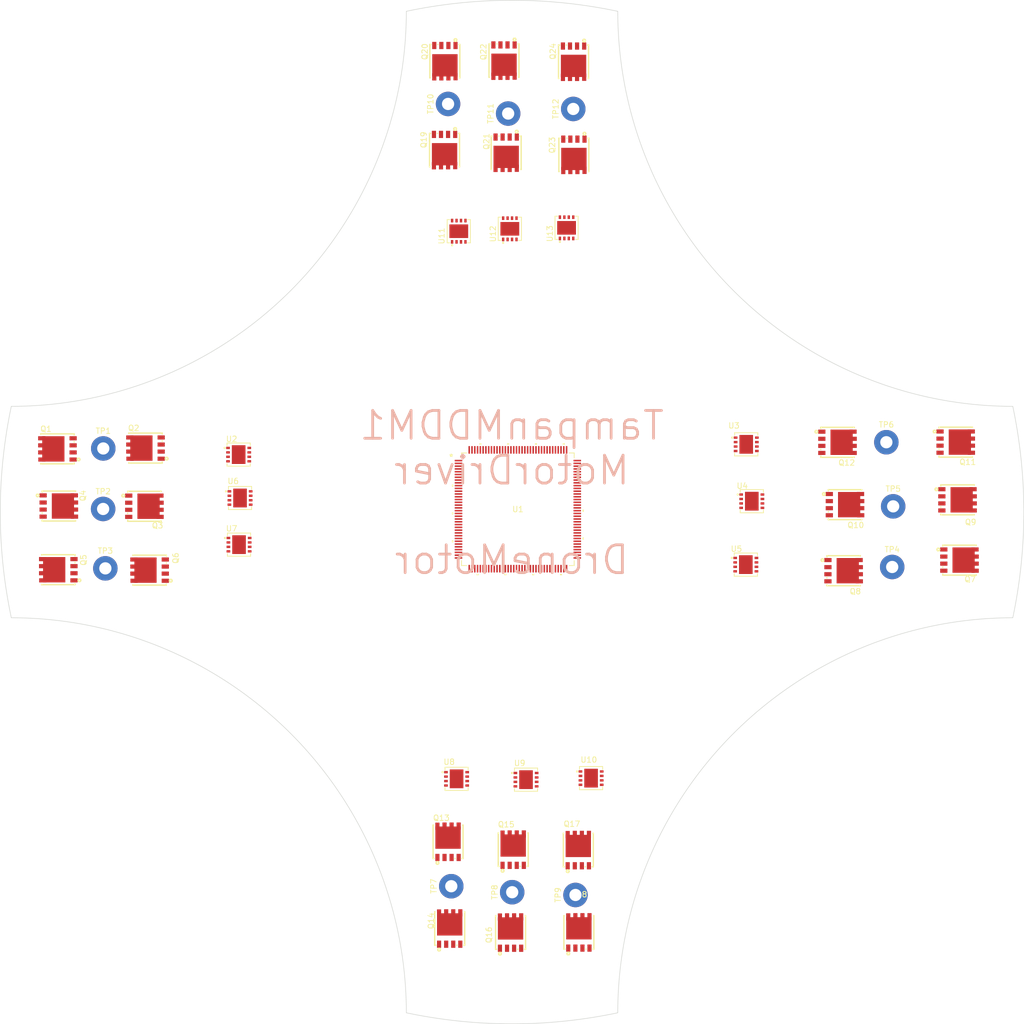
<source format=kicad_pcb>
(kicad_pcb (version 20241229) (generator "pcbnew") (generator_version "9.0")
  (title_block (date "2026-01-02"))
  (layers (0 "F.Cu" signal) (2 "B.Cu" signal) (13 "F.Paste" user) (15 "B.Paste" user) (5 "F.SilkS" user "F.Silkscreen") (7 "B.SilkS" user "B.Silkscreen") (1 "F.Mask" user) (3 "B.Mask" user) (25 "Edge.Cuts" user))
  (net 0 "")
  (net 1 "Net-(Q1-S-Pad1)")
  (net 2 "Net-(Q1-D-Pad5)")
  (net 3 "Net-(Q1-G)")
  (net 4 "Net-(Q2-S-Pad1)")
  (net 5 "Net-(Q2-G)")
  (net 6 "Net-(Q3-S-Pad1)")
  (net 7 "Net-(Q3-G)")
  (net 8 "Net-(Q4-S-Pad1)")
  (net 9 "Net-(Q4-G)")
  (net 10 "Net-(Q5-S-Pad1)")
  (net 11 "Net-(Q5-G)")
  (net 12 "Net-(Q6-S-Pad1)")
  (net 13 "Net-(Q6-G)")
  (net 14 "Net-(Q11-D-Pad5)")
  (net 15 "Net-(Q7-G)")
  (net 16 "Net-(Q7-S-Pad1)")
  (net 17 "Net-(Q8-S-Pad1)")
  (net 18 "Net-(Q8-G)")
  (net 19 "Net-(Q9-G)")
  (net 20 "Net-(Q10-D-Pad5)")
  (net 21 "Net-(Q10-G)")
  (net 22 "Net-(Q10-S-Pad1)")
  (net 23 "Net-(Q11-S-Pad1)")
  (net 24 "Net-(Q11-G)")
  (net 25 "Net-(Q12-S-Pad1)")
  (net 26 "Net-(Q12-G)")
  (net 27 "Net-(Q13-D-Pad5)")
  (net 28 "Net-(Q13-G)")
  (net 29 "Net-(Q13-S-Pad1)")
  (net 30 "Net-(Q14-S-Pad1)")
  (net 31 "Net-(Q14-G)")
  (net 32 "Net-(Q15-G)")
  (net 33 "Net-(Q15-S-Pad1)")
  (net 34 "Net-(Q16-S-Pad1)")
  (net 35 "Net-(Q16-G)")
  (net 36 "Net-(Q17-S-Pad1)")
  (net 37 "Net-(Q17-G)")
  (net 38 "Net-(Q18-S-Pad1)")
  (net 39 "Net-(Q18-G)")
  (net 40 "Net-(Q19-D-Pad5)")
  (net 41 "Net-(Q19-S-Pad1)")
  (net 42 "Net-(Q19-G)")
  (net 43 "Net-(Q20-S-Pad1)")
  (net 44 "Net-(Q20-G)")
  (net 45 "Net-(Q21-S-Pad1)")
  (net 46 "Net-(Q21-G)")
  (net 47 "Net-(Q22-S-Pad1)")
  (net 48 "Net-(Q22-G)")
  (net 49 "Net-(Q23-S-Pad1)")
  (net 50 "Net-(Q23-G)")
  (net 51 "Net-(Q24-G)")
  (net 52 "Net-(Q24-S-Pad1)")
  (net 162 "/Controller/SCLK")
  (net 165 "/Controller/M1_PWM_B_LS")
  (net 166 "GNDD")
  (net 168 "+3.3VA")
  (net 169 "/Controller/M2_DRV_INT")
  (net 171 "/Controller/M4_PWM_A_HS")
  (net 172 "/Controller/M3_DRV_OC")
  (net 173 "/Controller/M1_BEMF_C")
  (net 176 "/Controller/SWO")
  (net 177 "/Controller/M1_PWM_A_HS")
  (net 178 "/Controller/SWDCLK")
  (net 179 "/Controller/M2_INPUT")
  (net 181 "+3.3V")
  (net 182 "/Controller/EXTAL_J")
  (net 184 "/Controller/M1_INPUT")
  (net 186 "/Controller/M4_PWM_A_LS")
  (net 188 "/Controller/M2_DRV_OC")
  (net 189 "/Controller/M2_I_DCB")
  (net 191 "/Controller/M4_I_DCB")
  (net 193 "/Controller/M3_PWM_A_LS")
  (net 197 "/Controller/M3_PWM_C_HS")
  (net 198 "/Controller/M1_DRV_INT")
  (net 199 "/Controller/M3_PWM_B_LS")
  (net 204 "/Controller/M1_BEMF_B")
  (net 205 "/Controller/M3_PWM_B_HS")
  (net 206 "/Controller/M4_PWM_C_HS")
  (net 207 "/Controller/DRV_RESET")
  (net 208 "/Controller/M2_BEMF_C")
  (net 210 "/Controller/SWDIO")
  (net 213 "/Controller/U_DCB")
  (net 214 "/Controller/M4_SS")
  (net 215 "/Controller/M4_INPUT")
  (net 216 "/Controller/M2_BEMF_A")
  (net 217 "/Controller/M3_INPUT")
  (net 218 "/Controller/DRV_OC_COM")
  (net 219 "/Controller/M2_PWM_C_HS")
  (net 220 "/Controller/M4_PWM_B_LS")
  (net 221 "/Controller/M4_PWM_C_LS")
  (net 222 "/Controller/M3_LED_1")
  (net 225 "/Controller/M2_PWM_A_LS")
  (net 226 "/Controller/M2_PWM_A_HS")
  (net 227 "/Controller/M1_LED_1")
  (net 228 "/Controller/MISO_3V3")
  (net 230 "/Controller/M2_PWM_B_HS")
  (net 232 "/Controller/DRV_EN")
  (net 233 "/Controller/MOSI")
  (net 236 "/Controller/M1_I_DCB")
  (net 239 "/Controller/M3_BEMF_B")
  (net 240 "/Controller/M1_DRV_OC")
  (net 241 "/Controller/M3_DRV_INT")
  (net 242 "/Controller/M1_BEMF_A")
  (net 243 "/Controller/UART_TX")
  (net 244 "/Controller/M1_SS")
  (net 245 "/Controller/M3_SS")
  (net 246 "/Controller/nmi")
  (net 252 "/Controller/M4_BEMF_A")
  (net 255 "/Controller/M3_BEMF_C")
  (net 256 "/Controller/M4_LED_1")
  (net 257 "/Controller/M4_PWM_B_HS")
  (net 258 "/Controller/M4_BEMF_C")
  (net 260 "/Controller/M2_PWM_B_LS")
  (net 261 "/Controller/M1_PWM_C_LS")
  (net 263 "/Controller/M2_LED_1")
  (net 264 "/Controller/M2_BEMF_B")
  (net 266 "/Controller/UART_RX")
  (net 267 "/Controller/M4_DRV_OC")
  (net 268 "/Controller/M1_PWM_C_HS")
  (net 269 "/Controller/M3_I_DCB")
  (net 270 "/Controller/M1_PWM_B_HS")
  (net 271 "/Controller/M3_PWM_C_LS")
  (net 272 "/Controller/M2_PWM_C_LS")
  (net 273 "/Controller/M2_SS")
  (net 274 "/Controller/XTAL_J")
  (net 275 "/Controller/M4_DRV_INT")
  (net 276 "/Controller/M3_BEMF_A")
  (net 277 "/Controller/M4_BEMF_B")
  (net 278 "/Controller/RESET_MCU")
  (net 279 "/Controller/M3_PWM_A_HS")
  (footprint "footprints:VSON-8_L4.0-W4.0-P0.80-TL-EP" (layer "F.Cu") (at 257.815 139.2)
    (property "Reference" "U4" (at -1.71 -2.75 0) (layer "F.SilkS"))
    (property "Value" "UCC27211DRMR")
    (pad "1" smd rect (at -1.91 -1.2) (size 0.66 0.43) (layers "F.Cu" "F.Mask" "F.Paste"))
    (pad "2" smd rect (at -1.91 -0.4) (size 0.66 0.43) (layers "F.Cu" "F.Mask" "F.Paste"))
    (pad "3" smd rect (at -1.91 0.4) (size 0.66 0.43) (layers "F.Cu" "F.Mask" "F.Paste"))
    (pad "4" smd rect (at -1.91 1.2) (size 0.66 0.43) (layers "F.Cu" "F.Mask" "F.Paste"))
    (pad "5" smd rect (at 1.91 1.2) (size 0.66 0.43) (layers "F.Cu" "F.Mask" "F.Paste"))
    (pad "6" smd rect (at 1.91 0.4) (size 0.66 0.43) (layers "F.Cu" "F.Mask" "F.Paste"))
    (pad "7" smd rect (at 1.91 -0.4) (size 0.66 0.43) (layers "F.Cu" "F.Mask" "F.Paste"))
    (pad "8" smd rect (at 1.91 -1.2) (size 0.66 0.43) (layers "F.Cu" "F.Mask" "F.Paste"))
    (pad "9" smd rect (at 0 0) (size 2.45 3.38) (layers "F.Cu" "F.Mask" "F.Paste"))
  )
  (footprint "footprints:PG-TDSON-8_L5.0-W6.0-P1.27-BL-EP" (layer "F.Cu") (at 294.795 138.955 -90)
    (property "Reference" "Q9" (at 4.015 -2.3525 0) (layer "F.SilkS"))
    (property "Value" "ISCH54N04NM7V")
    (pad "1" smd rect (at -1.91 2.82) (size 1.3 0.75) (layers "F.Cu" "F.Mask" "F.Paste") (net 20 "Net-(Q10-D-Pad5)"))
    (pad "2" smd rect (at -0.63 2.82) (size 1.3 0.75) (layers "F.Cu" "F.Mask" "F.Paste") (net 20 "Net-(Q10-D-Pad5)"))
    (pad "3" smd rect (at 0.64 2.82) (size 1.3 0.75) (layers "F.Cu" "F.Mask" "F.Paste") (net 20 "Net-(Q10-D-Pad5)"))
    (pad "4" smd rect (at 1.91 2.82) (size 1.3 0.75) (layers "F.Cu" "F.Mask" "F.Paste") (net 19 "Net-(Q9-G)"))
    (pad "5" smd rect (at 1.91 -2.82 180) (size 1.3 0.75) (layers "F.Cu" "F.Mask" "F.Paste") (net 14 "Net-(Q11-D-Pad5)"))
    (pad "6" smd rect (at 0.64 -2.82 180) (size 1.3 0.75) (layers "F.Cu" "F.Mask" "F.Paste") (net 14 "Net-(Q11-D-Pad5)"))
    (pad "7" smd rect (at -0.63 -2.82 180) (size 1.3 0.75) (layers "F.Cu" "F.Mask" "F.Paste") (net 14 "Net-(Q11-D-Pad5)"))
    (pad "8" smd rect (at -1.91 -2.79 180) (size 1.3 0.75) (layers "F.Cu" "F.Mask" "F.Paste") (net 14 "Net-(Q11-D-Pad5)"))
    (pad "8" smd rect (at 0 -0.74 270) (size 4.56 4) (layers "F.Cu" "F.Mask" "F.Paste") (net 14 "Net-(Q11-D-Pad5)"))
  )
  (footprint "footprints:PG-TDSON-8_L5.0-W6.0-P1.27-BL-EP" (layer "F.Cu") (at 274.32 151.685 -90)
    (property "Reference" "Q8" (at 3.735 -2.105 0) (layer "F.SilkS"))
    (property "Value" "ISCH54N04NM7V")
    (pad "1" smd rect (at -1.91 2.82) (size 1.3 0.75) (layers "F.Cu" "F.Mask" "F.Paste") (net 17 "Net-(Q8-S-Pad1)"))
    (pad "2" smd rect (at -0.63 2.82) (size 1.3 0.75) (layers "F.Cu" "F.Mask" "F.Paste") (net 17 "Net-(Q8-S-Pad1)"))
    (pad "3" smd rect (at 0.64 2.82) (size 1.3 0.75) (layers "F.Cu" "F.Mask" "F.Paste") (net 17 "Net-(Q8-S-Pad1)"))
    (pad "4" smd rect (at 1.91 2.82) (size 1.3 0.75) (layers "F.Cu" "F.Mask" "F.Paste") (net 18 "Net-(Q8-G)"))
    (pad "5" smd rect (at 1.91 -2.82 180) (size 1.3 0.75) (layers "F.Cu" "F.Mask" "F.Paste") (net 16 "Net-(Q7-S-Pad1)"))
    (pad "6" smd rect (at 0.64 -2.82 180) (size 1.3 0.75) (layers "F.Cu" "F.Mask" "F.Paste") (net 16 "Net-(Q7-S-Pad1)"))
    (pad "7" smd rect (at -0.63 -2.82 180) (size 1.3 0.75) (layers "F.Cu" "F.Mask" "F.Paste") (net 16 "Net-(Q7-S-Pad1)"))
    (pad "8" smd rect (at -1.91 -2.79 180) (size 1.3 0.75) (layers "F.Cu" "F.Mask" "F.Paste") (net 16 "Net-(Q7-S-Pad1)"))
    (pad "8" smd rect (at 0 -0.74 270) (size 4.56 4) (layers "F.Cu" "F.Mask" "F.Paste") (net 16 "Net-(Q7-S-Pad1)"))
  )
  (footprint "footprints:PG-TDSON-8_L5.0-W6.0-P1.27-BL-EP" (layer "F.Cu") (at 148.8425 129.655 90)
    (property "Reference" "Q2" (at 3.585 -2.115 180) (layer "F.SilkS"))
    (property "Value" "ISCH54N04NM7V")
    (pad "1" smd rect (at -1.91 2.82 180) (size 1.3 0.75) (layers "F.Cu" "F.Mask" "F.Paste") (net 4 "Net-(Q2-S-Pad1)"))
    (pad "2" smd rect (at -0.63 2.82 180) (size 1.3 0.75) (layers "F.Cu" "F.Mask" "F.Paste") (net 4 "Net-(Q2-S-Pad1)"))
    (pad "3" smd rect (at 0.64 2.82 180) (size 1.3 0.75) (layers "F.Cu" "F.Mask" "F.Paste") (net 4 "Net-(Q2-S-Pad1)"))
    (pad "4" smd rect (at 1.91 2.82 180) (size 1.3 0.75) (layers "F.Cu" "F.Mask" "F.Paste") (net 5 "Net-(Q2-G)"))
    (pad "5" smd rect (at 1.91 -2.82) (size 1.3 0.75) (layers "F.Cu" "F.Mask" "F.Paste") (net 1 "Net-(Q1-S-Pad1)"))
    (pad "6" smd rect (at 0.64 -2.82) (size 1.3 0.75) (layers "F.Cu" "F.Mask" "F.Paste") (net 1 "Net-(Q1-S-Pad1)"))
    (pad "7" smd rect (at -0.63 -2.82) (size 1.3 0.75) (layers "F.Cu" "F.Mask" "F.Paste") (net 1 "Net-(Q1-S-Pad1)"))
    (pad "8" smd rect (at -1.91 -2.79) (size 1.3 0.75) (layers "F.Cu" "F.Mask" "F.Paste") (net 1 "Net-(Q1-S-Pad1)"))
    (pad "8" smd rect (at 0 -0.74 90) (size 4.56 4) (layers "F.Cu" "F.Mask" "F.Paste") (net 1 "Net-(Q1-S-Pad1)"))
  )
  (footprint "MountingHole:MountingHole_2.2mm_M2_Pad" (layer "F.Cu") (at 214.025 69.525 90)
    (property "Reference" "TP11" (at 0 -3.15 90) (layer "F.SilkS"))
    (property "Value" "HSB")
    (pad "1" thru_hole circle (at 0 0 90) (size 4.4 4.4) (drill 2.2) (layers "*.Cu" "*.Mask") (net 45 "Net-(Q21-S-Pad1)"))
  )
  (footprint "footprints:PG-TDSON-8_L5.0-W6.0-P1.27-BL-EP" (layer "F.Cu") (at 214.455 216.73)
    (property "Reference" "Q16" (at -3.88 0.42 90) (layer "F.SilkS"))
    (property "Value" "ISCH54N04NM7V")
    (pad "1" smd rect (at -1.91 2.82 90) (size 1.3 0.75) (layers "F.Cu" "F.Mask" "F.Paste") (net 34 "Net-(Q16-S-Pad1)"))
    (pad "2" smd rect (at -0.63 2.82 90) (size 1.3 0.75) (layers "F.Cu" "F.Mask" "F.Paste") (net 34 "Net-(Q16-S-Pad1)"))
    (pad "3" smd rect (at 0.64 2.82 90) (size 1.3 0.75) (layers "F.Cu" "F.Mask" "F.Paste") (net 34 "Net-(Q16-S-Pad1)"))
    (pad "4" smd rect (at 1.91 2.82 90) (size 1.3 0.75) (layers "F.Cu" "F.Mask" "F.Paste") (net 35 "Net-(Q16-G)"))
    (pad "5" smd rect (at 1.91 -2.82 270) (size 1.3 0.75) (layers "F.Cu" "F.Mask" "F.Paste") (net 33 "Net-(Q15-S-Pad1)"))
    (pad "6" smd rect (at 0.64 -2.82 270) (size 1.3 0.75) (layers "F.Cu" "F.Mask" "F.Paste") (net 33 "Net-(Q15-S-Pad1)"))
    (pad "7" smd rect (at -0.63 -2.82 270) (size 1.3 0.75) (layers "F.Cu" "F.Mask" "F.Paste") (net 33 "Net-(Q15-S-Pad1)"))
    (pad "8" smd rect (at -1.91 -2.79 270) (size 1.3 0.75) (layers "F.Cu" "F.Mask" "F.Paste") (net 33 "Net-(Q15-S-Pad1)"))
    (pad "8" smd rect (at 0 -0.74) (size 4.56 4) (layers "F.Cu" "F.Mask" "F.Paste") (net 33 "Net-(Q15-S-Pad1)"))
  )
  (footprint "MountingHole:MountingHole_2.2mm_M2_Pad" (layer "F.Cu") (at 141.2275 140.595)
    (property "Reference" "TP2" (at 0 -3.15 0) (layer "F.SilkS"))
    (property "Value" "HSB")
    (pad "1" thru_hole circle (at 0 0) (size 4.4 4.4) (drill 2.2) (layers "*.Cu" "*.Mask") (net 6 "Net-(Q3-S-Pad1)"))
  )
  (footprint "footprints:PG-TDSON-8_L5.0-W6.0-P1.27-BL-EP" (layer "F.Cu") (at 274.57 139.815 -90)
    (property "Reference" "Q10" (at 3.695 -1.93 0) (layer "F.SilkS"))
    (property "Value" "ISCH54N04NM7V")
    (pad "1" smd rect (at -1.91 2.82) (size 1.3 0.75) (layers "F.Cu" "F.Mask" "F.Paste") (net 22 "Net-(Q10-S-Pad1)"))
    (pad "2" smd rect (at -0.63 2.82) (size 1.3 0.75) (layers "F.Cu" "F.Mask" "F.Paste") (net 22 "Net-(Q10-S-Pad1)"))
    (pad "3" smd rect (at 0.64 2.82) (size 1.3 0.75) (layers "F.Cu" "F.Mask" "F.Paste") (net 22 "Net-(Q10-S-Pad1)"))
    (pad "4" smd rect (at 1.91 2.82) (size 1.3 0.75) (layers "F.Cu" "F.Mask" "F.Paste") (net 21 "Net-(Q10-G)"))
    (pad "5" smd rect (at 1.91 -2.82 180) (size 1.3 0.75) (layers "F.Cu" "F.Mask" "F.Paste") (net 20 "Net-(Q10-D-Pad5)"))
    (pad "6" smd rect (at 0.64 -2.82 180) (size 1.3 0.75) (layers "F.Cu" "F.Mask" "F.Paste") (net 20 "Net-(Q10-D-Pad5)"))
    (pad "7" smd rect (at -0.63 -2.82 180) (size 1.3 0.75) (layers "F.Cu" "F.Mask" "F.Paste") (net 20 "Net-(Q10-D-Pad5)"))
    (pad "8" smd rect (at -1.91 -2.79 180) (size 1.3 0.75) (layers "F.Cu" "F.Mask" "F.Paste") (net 20 "Net-(Q10-D-Pad5)"))
    (pad "8" smd rect (at 0 -0.74 270) (size 4.56 4) (layers "F.Cu" "F.Mask" "F.Paste") (net 20 "Net-(Q10-D-Pad5)"))
  )
  (footprint "footprints:PG-TDSON-8_L5.0-W6.0-P1.27-BL-EP" (layer "F.Cu") (at 273.22 128.615 -90)
    (property "Reference" "Q12" (at 3.67 -1.655 0) (layer "F.SilkS"))
    (property "Value" "ISCH54N04NM7V")
    (pad "1" smd rect (at -1.91 2.82) (size 1.3 0.75) (layers "F.Cu" "F.Mask" "F.Paste") (net 25 "Net-(Q12-S-Pad1)"))
    (pad "2" smd rect (at -0.63 2.82) (size 1.3 0.75) (layers "F.Cu" "F.Mask" "F.Paste") (net 25 "Net-(Q12-S-Pad1)"))
    (pad "3" smd rect (at 0.64 2.82) (size 1.3 0.75) (layers "F.Cu" "F.Mask" "F.Paste") (net 25 "Net-(Q12-S-Pad1)"))
    (pad "4" smd rect (at 1.91 2.82) (size 1.3 0.75) (layers "F.Cu" "F.Mask" "F.Paste") (net 26 "Net-(Q12-G)"))
    (pad "5" smd rect (at 1.91 -2.82 180) (size 1.3 0.75) (layers "F.Cu" "F.Mask" "F.Paste") (net 23 "Net-(Q11-S-Pad1)"))
    (pad "6" smd rect (at 0.64 -2.82 180) (size 1.3 0.75) (layers "F.Cu" "F.Mask" "F.Paste") (net 23 "Net-(Q11-S-Pad1)"))
    (pad "7" smd rect (at -0.63 -2.82 180) (size 1.3 0.75) (layers "F.Cu" "F.Mask" "F.Paste") (net 23 "Net-(Q11-S-Pad1)"))
    (pad "8" smd rect (at -1.91 -2.79 180) (size 1.3 0.75) (layers "F.Cu" "F.Mask" "F.Paste") (net 23 "Net-(Q11-S-Pad1)"))
    (pad "8" smd rect (at 0 -0.74 270) (size 4.56 4) (layers "F.Cu" "F.Mask" "F.Paste") (net 23 "Net-(Q11-S-Pad1)"))
  )
  (footprint "footprints:PG-TDSON-8_L5.0-W6.0-P1.27-BL-EP" (layer "F.Cu") (at 203.22 200.4125)
    (property "Reference" "Q13" (at -1.2 -4.28 0) (layer "F.SilkS"))
    (property "Value" "ISCH54N04NM7V")
    (pad "1" smd rect (at -1.91 2.82 90) (size 1.3 0.75) (layers "F.Cu" "F.Mask" "F.Paste") (net 29 "Net-(Q13-S-Pad1)"))
    (pad "2" smd rect (at -0.63 2.82 90) (size 1.3 0.75) (layers "F.Cu" "F.Mask" "F.Paste") (net 29 "Net-(Q13-S-Pad1)"))
    (pad "3" smd rect (at 0.64 2.82 90) (size 1.3 0.75) (layers "F.Cu" "F.Mask" "F.Paste") (net 29 "Net-(Q13-S-Pad1)"))
    (pad "4" smd rect (at 1.91 2.82 90) (size 1.3 0.75) (layers "F.Cu" "F.Mask" "F.Paste") (net 28 "Net-(Q13-G)"))
    (pad "5" smd rect (at 1.91 -2.82 270) (size 1.3 0.75) (layers "F.Cu" "F.Mask" "F.Paste") (net 27 "Net-(Q13-D-Pad5)"))
    (pad "6" smd rect (at 0.64 -2.82 270) (size 1.3 0.75) (layers "F.Cu" "F.Mask" "F.Paste") (net 27 "Net-(Q13-D-Pad5)"))
    (pad "7" smd rect (at -0.63 -2.82 270) (size 1.3 0.75) (layers "F.Cu" "F.Mask" "F.Paste") (net 27 "Net-(Q13-D-Pad5)"))
    (pad "8" smd rect (at -1.91 -2.79 270) (size 1.3 0.75) (layers "F.Cu" "F.Mask" "F.Paste") (net 27 "Net-(Q13-D-Pad5)"))
    (pad "8" smd rect (at 0 -0.74) (size 4.56 4) (layers "F.Cu" "F.Mask" "F.Paste") (net 27 "Net-(Q13-D-Pad5)"))
  )
  (footprint "footprints:PG-TDSON-8_L5.0-W6.0-P1.27-BL-EP" (layer "F.Cu") (at 295.145 149.785 -90)
    (property "Reference" "Q7" (at 3.445 -1.91 0) (layer "F.SilkS"))
    (property "Value" "ISCH54N04NM7V")
    (pad "1" smd rect (at -1.91 2.82) (size 1.3 0.75) (layers "F.Cu" "F.Mask" "F.Paste") (net 16 "Net-(Q7-S-Pad1)"))
    (pad "2" smd rect (at -0.63 2.82) (size 1.3 0.75) (layers "F.Cu" "F.Mask" "F.Paste") (net 16 "Net-(Q7-S-Pad1)"))
    (pad "3" smd rect (at 0.64 2.82) (size 1.3 0.75) (layers "F.Cu" "F.Mask" "F.Paste") (net 16 "Net-(Q7-S-Pad1)"))
    (pad "4" smd rect (at 1.91 2.82) (size 1.3 0.75) (layers "F.Cu" "F.Mask" "F.Paste") (net 15 "Net-(Q7-G)"))
    (pad "5" smd rect (at 1.91 -2.82 180) (size 1.3 0.75) (layers "F.Cu" "F.Mask" "F.Paste") (net 14 "Net-(Q11-D-Pad5)"))
    (pad "6" smd rect (at 0.64 -2.82 180) (size 1.3 0.75) (layers "F.Cu" "F.Mask" "F.Paste") (net 14 "Net-(Q11-D-Pad5)"))
    (pad "7" smd rect (at -0.63 -2.82 180) (size 1.3 0.75) (layers "F.Cu" "F.Mask" "F.Paste") (net 14 "Net-(Q11-D-Pad5)"))
    (pad "8" smd rect (at -1.91 -2.79 180) (size 1.3 0.75) (layers "F.Cu" "F.Mask" "F.Paste") (net 14 "Net-(Q11-D-Pad5)"))
    (pad "8" smd rect (at 0 -0.74 270) (size 4.56 4) (layers "F.Cu" "F.Mask" "F.Paste") (net 14 "Net-(Q11-D-Pad5)"))
  )
  (footprint "footprints:PG-TDSON-8_L5.0-W6.0-P1.27-BL-EP" (layer "F.Cu") (at 133.015 129.8 90)
    (property "Reference" "Q1" (at 3.58 -2.0625 180) (layer "F.SilkS"))
    (property "Value" "ISCH54N04NM7V")
    (pad "1" smd rect (at -1.91 2.82 180) (size 1.3 0.75) (layers "F.Cu" "F.Mask" "F.Paste") (net 1 "Net-(Q1-S-Pad1)"))
    (pad "2" smd rect (at -0.63 2.82 180) (size 1.3 0.75) (layers "F.Cu" "F.Mask" "F.Paste") (net 1 "Net-(Q1-S-Pad1)"))
    (pad "3" smd rect (at 0.64 2.82 180) (size 1.3 0.75) (layers "F.Cu" "F.Mask" "F.Paste") (net 1 "Net-(Q1-S-Pad1)"))
    (pad "4" smd rect (at 1.91 2.82 180) (size 1.3 0.75) (layers "F.Cu" "F.Mask" "F.Paste") (net 3 "Net-(Q1-G)"))
    (pad "5" smd rect (at 1.91 -2.82) (size 1.3 0.75) (layers "F.Cu" "F.Mask" "F.Paste") (net 2 "Net-(Q1-D-Pad5)"))
    (pad "6" smd rect (at 0.64 -2.82) (size 1.3 0.75) (layers "F.Cu" "F.Mask" "F.Paste") (net 2 "Net-(Q1-D-Pad5)"))
    (pad "7" smd rect (at -0.63 -2.82) (size 1.3 0.75) (layers "F.Cu" "F.Mask" "F.Paste") (net 2 "Net-(Q1-D-Pad5)"))
    (pad "8" smd rect (at -1.91 -2.79) (size 1.3 0.75) (layers "F.Cu" "F.Mask" "F.Paste") (net 2 "Net-(Q1-D-Pad5)"))
    (pad "8" smd rect (at 0 -0.74 90) (size 4.56 4) (layers "F.Cu" "F.Mask" "F.Paste") (net 2 "Net-(Q1-D-Pad5)"))
  )
  (footprint "footprints:VSON-8_L4.0-W4.0-P0.80-TL-EP" (layer "F.Cu") (at 205.15 90.675 90)
    (property "Reference" "U11" (at -0.85 -3.075 90) (layer "F.SilkS"))
    (property "Value" "UCC27211DRMR")
    (pad "1" smd rect (at -1.91 -1.2 90) (size 0.66 0.43) (layers "F.Cu" "F.Mask" "F.Paste"))
    (pad "2" smd rect (at -1.91 -0.4 90) (size 0.66 0.43) (layers "F.Cu" "F.Mask" "F.Paste"))
    (pad "3" smd rect (at -1.91 0.4 90) (size 0.66 0.43) (layers "F.Cu" "F.Mask" "F.Paste"))
    (pad "4" smd rect (at -1.91 1.2 90) (size 0.66 0.43) (layers "F.Cu" "F.Mask" "F.Paste"))
    (pad "5" smd rect (at 1.91 1.2 90) (size 0.66 0.43) (layers "F.Cu" "F.Mask" "F.Paste"))
    (pad "6" smd rect (at 1.91 0.4 90) (size 0.66 0.43) (layers "F.Cu" "F.Mask" "F.Paste"))
    (pad "7" smd rect (at 1.91 -0.4 90) (size 0.66 0.43) (layers "F.Cu" "F.Mask" "F.Paste"))
    (pad "8" smd rect (at 1.91 -1.2 90) (size 0.66 0.43) (layers "F.Cu" "F.Mask" "F.Paste"))
    (pad "9" smd rect (at 0 0 90) (size 2.45 3.38) (layers "F.Cu" "F.Mask" "F.Paste"))
  )
  (footprint "footprints:PG-TDSON-8_L5.0-W6.0-P1.27-BL-EP" (layer "F.Cu") (at 225.78 60.2125 180)
    (property "Reference" "Q24" (at 3.705 1.8625 90) (layer "F.SilkS"))
    (property "Value" "ISCH54N04NM7V")
    (pad "1" smd rect (at -1.91 2.82 270) (size 1.3 0.75) (layers "F.Cu" "F.Mask" "F.Paste") (net 52 "Net-(Q24-S-Pad1)"))
    (pad "2" smd rect (at -0.63 2.82 270) (size 1.3 0.75) (layers "F.Cu" "F.Mask" "F.Paste") (net 52 "Net-(Q24-S-Pad1)"))
    (pad "3" smd rect (at 0.64 2.82 270) (size 1.3 0.75) (layers "F.Cu" "F.Mask" "F.Paste") (net 52 "Net-(Q24-S-Pad1)"))
    (pad "4" smd rect (at 1.91 2.82 270) (size 1.3 0.75) (layers "F.Cu" "F.Mask" "F.Paste") (net 51 "Net-(Q24-G)"))
    (pad "5" smd rect (at 1.91 -2.82 90) (size 1.3 0.75) (layers "F.Cu" "F.Mask" "F.Paste") (net 49 "Net-(Q23-S-Pad1)"))
    (pad "6" smd rect (at 0.64 -2.82 90) (size 1.3 0.75) (layers "F.Cu" "F.Mask" "F.Paste") (net 49 "Net-(Q23-S-Pad1)"))
    (pad "7" smd rect (at -0.63 -2.82 90) (size 1.3 0.75) (layers "F.Cu" "F.Mask" "F.Paste") (net 49 "Net-(Q23-S-Pad1)"))
    (pad "8" smd rect (at -1.91 -2.79 90) (size 1.3 0.75) (layers "F.Cu" "F.Mask" "F.Paste") (net 49 "Net-(Q23-S-Pad1)"))
    (pad "8" smd rect (at 0 -0.74 180) (size 4.56 4) (layers "F.Cu" "F.Mask" "F.Paste") (net 49 "Net-(Q23-S-Pad1)"))
  )
  (footprint "footprints:VSON-8_L4.0-W4.0-P0.80-TL-EP" (layer "F.Cu") (at 228.93 188.975)
    (property "Reference" "U10" (at -0.41 -3.3 0) (layer "F.SilkS"))
    (property "Value" "UCC27211DRMR")
    (pad "1" smd rect (at -1.91 -1.2) (size 0.66 0.43) (layers "F.Cu" "F.Mask" "F.Paste"))
    (pad "2" smd rect (at -1.91 -0.4) (size 0.66 0.43) (layers "F.Cu" "F.Mask" "F.Paste"))
    (pad "3" smd rect (at -1.91 0.4) (size 0.66 0.43) (layers "F.Cu" "F.Mask" "F.Paste"))
    (pad "4" smd rect (at -1.91 1.2) (size 0.66 0.43) (layers "F.Cu" "F.Mask" "F.Paste"))
    (pad "5" smd rect (at 1.91 1.2) (size 0.66 0.43) (layers "F.Cu" "F.Mask" "F.Paste"))
    (pad "6" smd rect (at 1.91 0.4) (size 0.66 0.43) (layers "F.Cu" "F.Mask" "F.Paste"))
    (pad "7" smd rect (at 1.91 -0.4) (size 0.66 0.43) (layers "F.Cu" "F.Mask" "F.Paste"))
    (pad "8" smd rect (at 1.91 -1.2) (size 0.66 0.43) (layers "F.Cu" "F.Mask" "F.Paste"))
    (pad "9" smd rect (at 0 0) (size 2.45 3.38) (layers "F.Cu" "F.Mask" "F.Paste"))
  )
  (footprint "footprints:PG-TDSON-8_L5.0-W6.0-P1.27-BL-EP" (layer "F.Cu") (at 226.735 216.705)
    (property "Reference" "Q18" (at 0 -6.82 0) (layer "F.SilkS"))
    (property "Value" "ISCH54N04NM7V")
    (pad "1" smd rect (at -1.91 2.82 90) (size 1.3 0.75) (layers "F.Cu" "F.Mask" "F.Paste") (net 38 "Net-(Q18-S-Pad1)"))
    (pad "2" smd rect (at -0.63 2.82 90) (size 1.3 0.75) (layers "F.Cu" "F.Mask" "F.Paste") (net 38 "Net-(Q18-S-Pad1)"))
    (pad "3" smd rect (at 0.64 2.82 90) (size 1.3 0.75) (layers "F.Cu" "F.Mask" "F.Paste") (net 38 "Net-(Q18-S-Pad1)"))
    (pad "4" smd rect (at 1.91 2.82 90) (size 1.3 0.75) (layers "F.Cu" "F.Mask" "F.Paste") (net 39 "Net-(Q18-G)"))
    (pad "5" smd rect (at 1.91 -2.82 270) (size 1.3 0.75) (layers "F.Cu" "F.Mask" "F.Paste") (net 36 "Net-(Q17-S-Pad1)"))
    (pad "6" smd rect (at 0.64 -2.82 270) (size 1.3 0.75) (layers "F.Cu" "F.Mask" "F.Paste") (net 36 "Net-(Q17-S-Pad1)"))
    (pad "7" smd rect (at -0.63 -2.82 270) (size 1.3 0.75) (layers "F.Cu" "F.Mask" "F.Paste") (net 36 "Net-(Q17-S-Pad1)"))
    (pad "8" smd rect (at -1.91 -2.79 270) (size 1.3 0.75) (layers "F.Cu" "F.Mask" "F.Paste") (net 36 "Net-(Q17-S-Pad1)"))
    (pad "8" smd rect (at 0 -0.74) (size 4.56 4) (layers "F.Cu" "F.Mask" "F.Paste") (net 36 "Net-(Q17-S-Pad1)"))
  )
  (footprint "MountingHole:MountingHole_2.2mm_M2_Pad" (layer "F.Cu") (at 283.225 140.125)
    (property "Reference" "TP5" (at 0 -3.15 0) (layer "F.SilkS"))
    (property "Value" "HSB")
    (pad "1" thru_hole circle (at 0 0) (size 4.4 4.4) (drill 2.2) (layers "*.Cu" "*.Mask") (net 20 "Net-(Q10-D-Pad5)"))
  )
  (footprint "MountingHole:MountingHole_2.2mm_M2_Pad" (layer "F.Cu") (at 203.8 208.4 90)
    (property "Reference" "TP7" (at 0 -3.15 90) (layer "F.SilkS"))
    (property "Value" "HSA")
    (pad "1" thru_hole circle (at 0 0 90) (size 4.4 4.4) (drill 2.2) (layers "*.Cu" "*.Mask") (net 29 "Net-(Q13-S-Pad1)"))
  )
  (footprint "MountingHole:MountingHole_2.2mm_M2_Pad" (layer "F.Cu") (at 214.75 209.475 90)
    (property "Reference" "TP8" (at 0 -3.15 90) (layer "F.SilkS"))
    (property "Value" "HSB")
    (pad "1" thru_hole circle (at 0 0 90) (size 4.4 4.4) (drill 2.2) (layers "*.Cu" "*.Mask") (net 33 "Net-(Q15-S-Pad1)"))
  )
  (footprint "footprints:LQFP144_SOT486-2_NXP" (layer "F.Cu") (at 215.775 140.65065)
    (property "Reference" "U1" (at 0 0 0) (layer "F.SilkS"))
    (property "Value" "MKV58F1M0VLQ22")
    (fp_text user "*" (at -11.9888 -9.381 0) (layer "F.SilkS"))
    (fp_text user "*" (at -11.9888 -9.381 0) (layer "F.SilkS"))
    (pad "1" smd rect (at -10.67435 -8.75 90) (size 0.2794 1.3589) (layers "F.Cu" "F.Mask" "F.Paste") (net 198 "/Controller/M1_DRV_INT"))
    (pad "2" smd rect (at -10.67435 -8.250001 90) (size 0.2794 1.3589) (layers "F.Cu" "F.Mask" "F.Paste") (net 169 "/Controller/M2_DRV_INT"))
    (pad "3" smd rect (at -10.67435 -7.75 90) (size 0.2794 1.3589) (layers "F.Cu" "F.Mask" "F.Paste") (net 189 "/Controller/M2_I_DCB"))
    (pad "4" smd rect (at -10.67435 -7.250001 90) (size 0.2794 1.3589) (layers "F.Cu" "F.Mask" "F.Paste") (net 269 "/Controller/M3_I_DCB"))
    (pad "5" smd rect (at -10.67435 -6.749999 90) (size 0.2794 1.3589) (layers "F.Cu" "F.Mask" "F.Paste") (net 181 "+3.3V"))
    (pad "6" smd rect (at -10.67435 -6.25 90) (size 0.2794 1.3589) (layers "F.Cu" "F.Mask" "F.Paste") (net 166 "GNDD"))
    (pad "7" smd rect (at -10.67435 -5.750001 90) (size 0.2794 1.3589) (layers "F.Cu" "F.Mask" "F.Paste") (net 241 "/Controller/M3_DRV_INT"))
    (pad "8" smd rect (at -10.67435 -5.25 90) (size 0.2794 1.3589) (layers "F.Cu" "F.Mask" "F.Paste") (net 279 "/Controller/M3_PWM_A_HS"))
    (pad "9" smd rect (at -10.67435 -4.750001 90) (size 0.2794 1.3589) (layers "F.Cu" "F.Mask" "F.Paste") (net 171 "/Controller/M4_PWM_A_HS"))
    (pad "10" smd rect (at -10.67435 -4.249999 90) (size 0.2794 1.3589) (layers "F.Cu" "F.Mask" "F.Paste"))
    (pad "11" smd rect (at -10.67435 -3.75 90) (size 0.2794 1.3589) (layers "F.Cu" "F.Mask" "F.Paste"))
    (pad "12" smd rect (at -10.67435 -3.250001 90) (size 0.2794 1.3589) (layers "F.Cu" "F.Mask" "F.Paste"))
    (pad "13" smd rect (at -10.67435 -2.75 90) (size 0.2794 1.3589) (layers "F.Cu" "F.Mask" "F.Paste"))
    (pad "14" smd rect (at -10.67435 -2.250001 90) (size 0.2794 1.3589) (layers "F.Cu" "F.Mask" "F.Paste"))
    (pad "15" smd rect (at -10.67435 -1.749999 90) (size 0.2794 1.3589) (layers "F.Cu" "F.Mask" "F.Paste"))
    (pad "16" smd rect (at -10.67435 -1.25 90) (size 0.2794 1.3589) (layers "F.Cu" "F.Mask" "F.Paste") (net 181 "+3.3V"))
    (pad "17" smd rect (at -10.67435 -0.750001 90) (size 0.2794 1.3589) (layers "F.Cu" "F.Mask" "F.Paste") (net 166 "GNDD"))
    (pad "18" smd rect (at -10.67435 -0.25 90) (size 0.2794 1.3589) (layers "F.Cu" "F.Mask" "F.Paste") (net 242 "/Controller/M1_BEMF_A"))
    (pad "19" smd rect (at -10.67435 0.25 90) (size 0.2794 1.3589) (layers "F.Cu" "F.Mask" "F.Paste") (net 204 "/Controller/M1_BEMF_B"))
    (pad "20" smd rect (at -10.67435 0.749998 90) (size 0.2794 1.3589) (layers "F.Cu" "F.Mask" "F.Paste") (net 216 "/Controller/M2_BEMF_A"))
    (pad "21" smd rect (at -10.67435 1.25 90) (size 0.2794 1.3589) (layers "F.Cu" "F.Mask" "F.Paste") (net 264 "/Controller/M2_BEMF_B"))
    (pad "22" smd rect (at -10.67435 1.749999 90) (size 0.2794 1.3589) (layers "F.Cu" "F.Mask" "F.Paste") (net 166 "GNDD"))
    (pad "23" smd rect (at -10.67435 2.250001 90) (size 0.2794 1.3589) (layers "F.Cu" "F.Mask" "F.Paste") (net 236 "/Controller/M1_I_DCB"))
    (pad "24" smd rect (at -10.67435 2.75 90) (size 0.2794 1.3589) (layers "F.Cu" "F.Mask" "F.Paste") (net 213 "/Controller/U_DCB"))
    (pad "25" smd rect (at -10.67435 3.249999 90) (size 0.2794 1.3589) (layers "F.Cu" "F.Mask" "F.Paste") (net 243 "/Controller/UART_TX"))
    (pad "26" smd rect (at -10.67435 3.75 90) (size 0.2794 1.3589) (layers "F.Cu" "F.Mask" "F.Paste") (net 266 "/Controller/UART_RX"))
    (pad "27" smd rect (at -10.67435 4.249999 90) (size 0.2794 1.3589) (layers "F.Cu" "F.Mask" "F.Paste") (net 173 "/Controller/M1_BEMF_C"))
    (pad "28" smd rect (at -10.67435 4.750001 90) (size 0.2794 1.3589) (layers "F.Cu" "F.Mask" "F.Paste") (net 276 "/Controller/M3_BEMF_A"))
    (pad "29" smd rect (at -10.67435 5.25 90) (size 0.2794 1.3589) (layers "F.Cu" "F.Mask" "F.Paste") (net 191 "/Controller/M4_I_DCB"))
    (pad "30" smd rect (at -10.67435 5.749999 90) (size 0.2794 1.3589) (layers "F.Cu" "F.Mask" "F.Paste"))
    (pad "31" smd rect (at -10.67435 6.25 90) (size 0.2794 1.3589) (layers "F.Cu" "F.Mask" "F.Paste") (net 168 "+3.3VA"))
    (pad "32" smd rect (at -10.67435 6.749999 90) (size 0.2794 1.3589) (layers "F.Cu" "F.Mask" "F.Paste") (net 168 "+3.3VA"))
    (pad "33" smd rect (at -10.67435 7.250001 90) (size 0.2794 1.3589) (layers "F.Cu" "F.Mask" "F.Paste") (net 166 "GNDD"))
    (pad "34" smd rect (at -10.67435 7.75 90) (size 0.2794 1.3589) (layers "F.Cu" "F.Mask" "F.Paste") (net 166 "GNDD"))
    (pad "35" smd rect (at -10.67435 8.249999 90) (size 0.2794 1.3589) (layers "F.Cu" "F.Mask" "F.Paste"))
    (pad "36" smd rect (at -10.67435 8.75 90) (size 0.2794 1.3589) (layers "F.Cu" "F.Mask" "F.Paste"))
    (pad "37" smd rect (at -8.75 10.67435) (size 0.2794 1.3589) (layers "F.Cu" "F.Mask" "F.Paste") (net 239 "/Controller/M3_BEMF_B"))
    (pad "38" smd rect (at -8.250001 10.67435) (size 0.2794 1.3589) (layers "F.Cu" "F.Mask" "F.Paste") (net 255 "/Controller/M3_BEMF_C"))
    (pad "39" smd rect (at -7.75 10.67435) (size 0.2794 1.3589) (layers "F.Cu" "F.Mask" "F.Paste") (net 218 "/Controller/DRV_OC_COM"))
    (pad "40" smd rect (at -7.250001 10.67435) (size 0.2794 1.3589) (layers "F.Cu" "F.Mask" "F.Paste"))
    (pad "41" smd rect (at -6.749999 10.67435) (size 0.2794 1.3589) (layers "F.Cu" "F.Mask" "F.Paste"))
    (pad "42" smd rect (at -6.25 10.67435) (size 0.2794 1.3589) (layers "F.Cu" "F.Mask" "F.Paste"))
    (pad "43" smd rect (at -5.750001 10.67435) (size 0.2794 1.3589) (layers "F.Cu" "F.Mask" "F.Paste") (net 181 "+3.3V"))
    (pad "44" smd rect (at -5.25 10.67435) (size 0.2794 1.3589) (layers "F.Cu" "F.Mask" "F.Paste") (net 166 "GNDD"))
    (pad "45" smd rect (at -4.750001 10.67435) (size 0.2794 1.3589) (layers "F.Cu" "F.Mask" "F.Paste") (net 277 "/Controller/M4_BEMF_B"))
    (pad "46" smd rect (at -4.249999 10.67435) (size 0.2794 1.3589) (layers "F.Cu" "F.Mask" "F.Paste") (net 258 "/Controller/M4_BEMF_C"))
    (pad "47" smd rect (at -3.75 10.67435) (size 0.2794 1.3589) (layers "F.Cu" "F.Mask" "F.Paste") (net 207 "/Controller/DRV_RESET"))
    (pad "48" smd rect (at -3.250001 10.67435) (size 0.2794 1.3589) (layers "F.Cu" "F.Mask" "F.Paste"))
    (pad "49" smd rect (at -2.75 10.67435) (size 0.2794 1.3589) (layers "F.Cu" "F.Mask" "F.Paste"))
    (pad "50" smd rect (at -2.250001 10.67435) (size 0.2794 1.3589) (layers "F.Cu" "F.Mask" "F.Paste") (net 178 "/Controller/SWDCLK"))
    (pad "51" smd rect (at -1.749999 10.67435) (size 0.2794 1.3589) (layers "F.Cu" "F.Mask" "F.Paste") (net 240 "/Controller/M1_DRV_OC"))
    (pad "52" smd rect (at -1.25 10.67435) (size 0.2794 1.3589) (layers "F.Cu" "F.Mask" "F.Paste") (net 176 "/Controller/SWO"))
    (pad "53" smd rect (at -0.750001 10.67435) (size 0.2794 1.3589) (layers "F.Cu" "F.Mask" "F.Paste") (net 210 "/Controller/SWDIO"))
    (pad "54" smd rect (at -0.25 10.67435) (size 0.2794 1.3589) (layers "F.Cu" "F.Mask" "F.Paste") (net 246 "/Controller/nmi"))
    (pad "55" smd rect (at 0.25 10.67435) (size 0.2794 1.3589) (layers "F.Cu" "F.Mask" "F.Paste") (net 188 "/Controller/M2_DRV_OC"))
    (pad "56" smd rect (at 0.750001 10.67435) (size 0.2794 1.3589) (layers "F.Cu" "F.Mask" "F.Paste") (net 181 "+3.3V"))
    (pad "57" smd rect (at 1.25 10.67435) (size 0.2794 1.3589) (layers "F.Cu" "F.Mask" "F.Paste") (net 166 "GNDD"))
    (pad "58" smd rect (at 1.749999 10.67435) (size 0.2794 1.3589) (layers "F.Cu" "F.Mask" "F.Paste"))
    (pad "59" smd rect (at 2.250001 10.67435) (size 0.2794 1.3589) (layers "F.Cu" "F.Mask" "F.Paste"))
    (pad "60" smd rect (at 2.75 10.67435) (size 0.2794 1.3589) (layers "F.Cu" "F.Mask" "F.Paste"))
    (pad "61" smd rect (at 3.250001 10.67435) (size 0.2794 1.3589) (layers "F.Cu" "F.Mask" "F.Paste"))
    (pad "62" smd rect (at 3.75 10.67435) (size 0.2794 1.3589) (layers "F.Cu" "F.Mask" "F.Paste"))
    (pad "63" smd rect (at 4.249999 10.67435) (size 0.2794 1.3589) (layers "F.Cu" "F.Mask" "F.Paste"))
    (pad "64" smd rect (at 4.750001 10.67435) (size 0.2794 1.3589) (layers "F.Cu" "F.Mask" "F.Paste") (net 172 "/Controller/M3_DRV_OC"))
    (pad "65" smd rect (at 5.25 10.67435) (size 0.2794 1.3589) (layers "F.Cu" "F.Mask" "F.Paste") (net 267 "/Controller/M4_DRV_OC"))
    (pad "66" smd rect (at 5.750001 10.67435) (size 0.2794 1.3589) (layers "F.Cu" "F.Mask" "F.Paste"))
    (pad "67" smd rect (at 6.25 10.67435) (size 0.2794 1.3589) (layers "F.Cu" "F.Mask" "F.Paste") (net 162 "/Controller/SCLK"))
    (pad "68" smd rect (at 6.749999 10.67435) (size 0.2794 1.3589) (layers "F.Cu" "F.Mask" "F.Paste") (net 228 "/Controller/MISO_3V3"))
    (pad "69" smd rect (at 7.250001 10.67435) (size 0.2794 1.3589) (layers "F.Cu" "F.Mask" "F.Paste") (net 233 "/Controller/MOSI"))
    (pad "70" smd rect (at 7.75 10.67435) (size 0.2794 1.3589) (layers "F.Cu" "F.Mask" "F.Paste") (net 181 "+3.3V"))
    (pad "71" smd rect (at 8.250001 10.67435) (size 0.2794 1.3589) (layers "F.Cu" "F.Mask" "F.Paste") (net 166 "GNDD"))
    (pad "72" smd rect (at 8.75 10.67435) (size 0.2794 1.3589) (layers "F.Cu" "F.Mask" "F.Paste") (net 182 "/Controller/EXTAL_J"))
    (pad "73" smd rect (at 10.67435 8.75 90) (size 0.2794 1.3589) (layers "F.Cu" "F.Mask" "F.Paste") (net 274 "/Controller/XTAL_J"))
    (pad "74" smd rect (at 10.67435 8.250001 90) (size 0.2794 1.3589) (layers "F.Cu" "F.Mask" "F.Paste") (net 278 "/Controller/RESET_MCU"))
    (pad "75" smd rect (at 10.67435 7.75 90) (size 0.2794 1.3589) (layers "F.Cu" "F.Mask" "F.Paste"))
    (pad "76" smd rect (at 10.67435 7.250001 90) (size 0.2794 1.3589) (layers "F.Cu" "F.Mask" "F.Paste"))
    (pad "77" smd rect (at 10.67435 6.749999 90) (size 0.2794 1.3589) (layers "F.Cu" "F.Mask" "F.Paste"))
    (pad "78" smd rect (at 10.67435 6.25 90) (size 0.2794 1.3589) (layers "F.Cu" "F.Mask" "F.Paste"))
    (pad "79" smd rect (at 10.67435 5.750001 90) (size 0.2794 1.3589) (layers "F.Cu" "F.Mask" "F.Paste"))
    (pad "80" smd rect (at 10.67435 5.25 90) (size 0.2794 1.3589) (layers "F.Cu" "F.Mask" "F.Paste"))
    (pad "81" smd rect (at 10.67435 4.750001 90) (size 0.2794 1.3589) (layers "F.Cu" "F.Mask" "F.Paste") (net 208 "/Controller/M2_BEMF_C"))
    (pad "82" smd rect (at 10.67435 4.249999 90) (size 0.2794 1.3589) (layers "F.Cu" "F.Mask" "F.Paste") (net 252 "/Controller/M4_BEMF_A"))
    (pad "83" smd rect (at 10.67435 3.75 90) (size 0.2794 1.3589) (layers "F.Cu" "F.Mask" "F.Paste") (net 227 "/Controller/M1_LED_1"))
    (pad "84" smd rect (at 10.67435 3.250001 90) (size 0.2794 1.3589) (layers "F.Cu" "F.Mask" "F.Paste") (net 263 "/Controller/M2_LED_1"))
    (pad "85" smd rect (at 10.67435 2.75 90) (size 0.2794 1.3589) (layers "F.Cu" "F.Mask" "F.Paste"))
    (pad "86" smd rect (at 10.67435 2.250001 90) (size 0.2794 1.3589) (layers "F.Cu" "F.Mask" "F.Paste"))
    (pad "87" smd rect (at 10.67435 1.749999 90) (size 0.2794 1.3589) (layers "F.Cu" "F.Mask" "F.Paste"))
    (pad "88" smd rect (at 10.67435 1.25 90) (size 0.2794 1.3589) (layers "F.Cu" "F.Mask" "F.Paste"))
    (pad "89" smd rect (at 10.67435 0.750001 90) (size 0.2794 1.3589) (layers "F.Cu" "F.Mask" "F.Paste"))
    (pad "90" smd rect (at 10.67435 0.25 90) (size 0.2794 1.3589) (layers "F.Cu" "F.Mask" "F.Paste") (net 193 "/Controller/M3_PWM_A_LS"))
    (pad "91" smd rect (at 10.67435 -0.25 90) (size 0.2794 1.3589) (layers "F.Cu" "F.Mask" "F.Paste") (net 199 "/Controller/M3_PWM_B_LS"))
    (pad "92" smd rect (at 10.67435 -0.750001 90) (size 0.2794 1.3589) (layers "F.Cu" "F.Mask" "F.Paste") (net 271 "/Controller/M3_PWM_C_LS"))
    (pad "93" smd rect (at 10.67435 -1.25 90) (size 0.2794 1.3589) (layers "F.Cu" "F.Mask" "F.Paste") (net 166 "GNDD"))
    (pad "94" smd rect (at 10.67435 -1.749999 90) (size 0.2794 1.3589) (layers "F.Cu" "F.Mask" "F.Paste") (net 181 "+3.3V"))
    (pad "95" smd rect (at 10.67435 -2.250001 90) (size 0.2794 1.3589) (layers "F.Cu" "F.Mask" "F.Paste") (net 222 "/Controller/M3_LED_1"))
    (pad "96" smd rect (at 10.67435 -2.75 90) (size 0.2794 1.3589) (layers "F.Cu" "F.Mask" "F.Paste") (net 256 "/Controller/M4_LED_1"))
    (pad "97" smd rect (at 10.67435 -3.250001 90) (size 0.2794 1.3589) (layers "F.Cu" "F.Mask" "F.Paste") (net 205 "/Controller/M3_PWM_B_HS"))
    (pad "98" smd rect (at 10.67435 -3.75 90) (size 0.2794 1.3589) (layers "F.Cu" "F.Mask" "F.Paste") (net 257 "/Controller/M4_PWM_B_HS"))
    (pad "99" smd rect (at 10.67435 -4.249999 90) (size 0.2794 1.3589) (layers "F.Cu" "F.Mask" "F.Paste") (net 184 "/Controller/M1_INPUT"))
    (pad "100" smd rect (at 10.67435 -4.750001 90) (size 0.2794 1.3589) (layers "F.Cu" "F.Mask" "F.Paste") (net 179 "/Controller/M2_INPUT"))
    (pad "101" smd rect (at 10.67435 -5.25 90) (size 0.2794 1.3589) (layers "F.Cu" "F.Mask" "F.Paste") (net 217 "/Controller/M3_INPUT"))
    (pad "102" smd rect (at 10.67435 -5.750001 90) (size 0.2794 1.3589) (layers "F.Cu" "F.Mask" "F.Paste") (net 215 "/Controller/M4_INPUT"))
    (pad "103" smd rect (at 10.67435 -6.25 90) (size 0.2794 1.3589) (layers "F.Cu" "F.Mask" "F.Paste") (net 244 "/Controller/M1_SS"))
    (pad "104" smd rect (at 10.67435 -6.749999 90) (size 0.2794 1.3589) (layers "F.Cu" "F.Mask" "F.Paste") (net 273 "/Controller/M2_SS"))
    (pad "105" smd rect (at 10.67435 -7.250001 90) (size 0.2794 1.3589) (layers "F.Cu" "F.Mask" "F.Paste") (net 245 "/Controller/M3_SS"))
    (pad "106" smd rect (at 10.67435 -7.75 90) (size 0.2794 1.3589) (layers "F.Cu" "F.Mask" "F.Paste") (net 214 "/Controller/M4_SS"))
    (pad "107" smd rect (at 10.67435 -8.250001 90) (size 0.2794 1.3589) (layers "F.Cu" "F.Mask" "F.Paste") (net 166 "GNDD"))
    (pad "108" smd rect (at 10.67435 -8.75 90) (size 0.2794 1.3589) (layers "F.Cu" "F.Mask" "F.Paste") (net 181 "+3.3V"))
    (pad "109" smd rect (at 8.75 -10.67435) (size 0.2794 1.3589) (layers "F.Cu" "F.Mask" "F.Paste") (net 275 "/Controller/M4_DRV_INT"))
    (pad "110" smd rect (at 8.250001 -10.67435) (size 0.2794 1.3589) (layers "F.Cu" "F.Mask" "F.Paste") (net 186 "/Controller/M4_PWM_A_LS"))
    (pad "111" smd rect (at 7.75 -10.67435) (size 0.2794 1.3589) (layers "F.Cu" "F.Mask" "F.Paste") (net 220 "/Controller/M4_PWM_B_LS"))
    (pad "112" smd rect (at 7.250001 -10.67435) (size 0.2794 1.3589) (layers "F.Cu" "F.Mask" "F.Paste") (net 221 "/Controller/M4_PWM_C_LS"))
    (pad "113" smd rect (at 6.749999 -10.67435) (size 0.2794 1.3589) (layers "F.Cu" "F.Mask" "F.Paste") (net 197 "/Controller/M3_PWM_C_HS"))
    (pad "114" smd rect (at 6.25 -10.67435) (size 0.2794 1.3589) (layers "F.Cu" "F.Mask" "F.Paste") (net 206 "/Controller/M4_PWM_C_HS"))
    (pad "115" smd rect (at 5.750001 -10.67435) (size 0.2794 1.3589) (layers "F.Cu" "F.Mask" "F.Paste") (net 184 "/Controller/M1_INPUT"))
    (pad "116" smd rect (at 5.25 -10.67435) (size 0.2794 1.3589) (layers "F.Cu" "F.Mask" "F.Paste") (net 179 "/Controller/M2_INPUT"))
    (pad "117" smd rect (at 4.750001 -10.67435) (size 0.2794 1.3589) (layers "F.Cu" "F.Mask" "F.Paste") (net 177 "/Controller/M1_PWM_A_HS"))
    (pad "118" smd rect (at 4.249999 -10.67435) (size 0.2794 1.3589) (layers "F.Cu" "F.Mask" "F.Paste") (net 165 "/Controller/M1_PWM_B_LS"))
    (pad "119" smd rect (at 3.75 -10.67435) (size 0.2794 1.3589) (layers "F.Cu" "F.Mask" "F.Paste") (net 261 "/Controller/M1_PWM_C_LS"))
    (pad "120" smd rect (at 3.250001 -10.67435) (size 0.2794 1.3589) (layers "F.Cu" "F.Mask" "F.Paste") (net 232 "/Controller/DRV_EN"))
    (pad "121" smd rect (at 2.75 -10.67435) (size 0.2794 1.3589) (layers "F.Cu" "F.Mask" "F.Paste") (net 166 "GNDD"))
    (pad "122" smd rect (at 2.250001 -10.67435) (size 0.2794 1.3589) (layers "F.Cu" "F.Mask" "F.Paste") (net 181 "+3.3V"))
    (pad "123" smd rect (at 1.749999 -10.67435) (size 0.2794 1.3589) (layers "F.Cu" "F.Mask" "F.Paste") (net 225 "/Controller/M2_PWM_A_LS"))
    (pad "124" smd rect (at 1.25 -10.67435) (size 0.2794 1.3589) (layers "F.Cu" "F.Mask" "F.Paste") (net 260 "/Controller/M2_PWM_B_LS"))
    (pad "125" smd rect (at 0.750001 -10.67435) (size 0.2794 1.3589) (layers "F.Cu" "F.Mask" "F.Paste") (net 272 "/Controller/M2_PWM_C_LS"))
    (pad "126" smd rect (at 0.25 -10.67435) (size 0.2794 1.3589) (layers "F.Cu" "F.Mask" "F.Paste"))
    (pad "127" smd rect (at -0.25 -10.67435) (size 0.2794 1.3589) (layers "F.Cu" "F.Mask" "F.Paste") (net 177 "/Controller/M1_PWM_A_HS"))
    (pad "128" smd rect (at -0.750001 -10.67435) (size 0.2794 1.3589) (layers "F.Cu" "F.Mask" "F.Paste") (net 226 "/Controller/M2_PWM_A_HS"))
    (pad "129" smd rect (at -1.25 -10.67435) (size 0.2794 1.3589) (layers "F.Cu" "F.Mask" "F.Paste") (net 270 "/Controller/M1_PWM_B_HS"))
    (pad "130" smd rect (at -1.749999 -10.67435) (size 0.2794 1.3589) (layers "F.Cu" "F.Mask" "F.Paste") (net 230 "/Controller/M2_PWM_B_HS"))
    (pad "131" smd rect (at -2.250001 -10.67435) (size 0.2794 1.3589) (layers "F.Cu" "F.Mask" "F.Paste") (net 268 "/Controller/M1_PWM_C_HS"))
    (pad "132" smd rect (at -2.75 -10.67435) (size 0.2794 1.3589) (layers "F.Cu" "F.Mask" "F.Paste") (net 219 "/Controller/M2_PWM_C_HS"))
    (pad "133" smd rect (at -3.250001 -10.67435) (size 0.2794 1.3589) (layers "F.Cu" "F.Mask" "F.Paste") (net 217 "/Controller/M3_INPUT"))
    (pad "134" smd rect (at -3.75 -10.67435) (size 0.2794 1.3589) (layers "F.Cu" "F.Mask" "F.Paste") (net 166 "GNDD"))
    (pad "135" smd rect (at -4.249999 -10.67435) (size 0.2794 1.3589) (layers "F.Cu" "F.Mask" "F.Paste") (net 181 "+3.3V"))
    (pad "136" smd rect (at -4.750001 -10.67435) (size 0.2794 1.3589) (layers "F.Cu" "F.Mask" "F.Paste") (net 215 "/Controller/M4_INPUT"))
    (pad "137" smd rect (at -5.25 -10.67435) (size 0.2794 1.3589) (layers "F.Cu" "F.Mask" "F.Paste"))
    (pad "138" smd rect (at -5.750001 -10.67435) (size 0.2794 1.3589) (layers "F.Cu" "F.Mask" "F.Paste"))
    (pad "139" smd rect (at -6.25 -10.67435) (size 0.2794 1.3589) (layers "F.Cu" "F.Mask" "F.Paste"))
    (pad "140" smd rect (at -6.749999 -10.67435) (size 0.2794 1.3589) (layers "F.Cu" "F.Mask" "F.Paste"))
    (pad "141" smd rect (at -7.250001 -10.67435) (size 0.2794 1.3589) (layers "F.Cu" "F.Mask" "F.Paste"))
    (pad "142" smd rect (at -7.75 -10.67435) (size 0.2794 1.3589) (layers "F.Cu" "F.Mask" "F.Paste"))
    (pad "143" smd rect (at -8.250001 -10.67435) (size 0.2794 1.3589) (layers "F.Cu" "F.Mask" "F.Paste"))
    (pad "144" smd rect (at -8.75 -10.67435) (size 0.2794 1.3589) (layers "F.Cu" "F.Mask" "F.Paste"))
  )
  (footprint "footprints:PG-TDSON-8_L5.0-W6.0-P1.27-BL-EP" (layer "F.Cu") (at 225.84 76.945 180)
    (property "Reference" "Q23" (at 3.89 1.745 90) (layer "F.SilkS"))
    (property "Value" "ISCH54N04NM7V")
    (pad "1" smd rect (at -1.91 2.82 270) (size 1.3 0.75) (layers "F.Cu" "F.Mask" "F.Paste") (net 49 "Net-(Q23-S-Pad1)"))
    (pad "2" smd rect (at -0.63 2.82 270) (size 1.3 0.75) (layers "F.Cu" "F.Mask" "F.Paste") (net 49 "Net-(Q23-S-Pad1)"))
    (pad "3" smd rect (at 0.64 2.82 270) (size 1.3 0.75) (layers "F.Cu" "F.Mask" "F.Paste") (net 49 "Net-(Q23-S-Pad1)"))
    (pad "4" smd rect (at 1.91 2.82 270) (size 1.3 0.75) (layers "F.Cu" "F.Mask" "F.Paste") (net 50 "Net-(Q23-G)"))
    (pad "5" smd rect (at 1.91 -2.82 90) (size 1.3 0.75) (layers "F.Cu" "F.Mask" "F.Paste") (net 40 "Net-(Q19-D-Pad5)"))
    (pad "6" smd rect (at 0.64 -2.82 90) (size 1.3 0.75) (layers "F.Cu" "F.Mask" "F.Paste") (net 40 "Net-(Q19-D-Pad5)"))
    (pad "7" smd rect (at -0.63 -2.82 90) (size 1.3 0.75) (layers "F.Cu" "F.Mask" "F.Paste") (net 40 "Net-(Q19-D-Pad5)"))
    (pad "8" smd rect (at -1.91 -2.79 90) (size 1.3 0.75) (layers "F.Cu" "F.Mask" "F.Paste") (net 40 "Net-(Q19-D-Pad5)"))
    (pad "8" smd rect (at 0 -0.74 180) (size 4.56 4) (layers "F.Cu" "F.Mask" "F.Paste") (net 40 "Net-(Q19-D-Pad5)"))
  )
  (footprint "footprints:PG-TDSON-8_L5.0-W6.0-P1.27-BL-EP" (layer "F.Cu") (at 133.17 151.515 90)
    (property "Reference" "Q5" (at 1.74 4.545 90) (layer "F.SilkS"))
    (property "Value" "ISCH54N04NM7V")
    (pad "1" smd rect (at -1.91 2.82 180) (size 1.3 0.75) (layers "F.Cu" "F.Mask" "F.Paste") (net 10 "Net-(Q5-S-Pad1)"))
    (pad "2" smd rect (at -0.63 2.82 180) (size 1.3 0.75) (layers "F.Cu" "F.Mask" "F.Paste") (net 10 "Net-(Q5-S-Pad1)"))
    (pad "3" smd rect (at 0.64 2.82 180) (size 1.3 0.75) (layers "F.Cu" "F.Mask" "F.Paste") (net 10 "Net-(Q5-S-Pad1)"))
    (pad "4" smd rect (at 1.91 2.82 180) (size 1.3 0.75) (layers "F.Cu" "F.Mask" "F.Paste") (net 11 "Net-(Q5-G)"))
    (pad "5" smd rect (at 1.91 -2.82) (size 1.3 0.75) (layers "F.Cu" "F.Mask" "F.Paste") (net 2 "Net-(Q1-D-Pad5)"))
    (pad "6" smd rect (at 0.64 -2.82) (size 1.3 0.75) (layers "F.Cu" "F.Mask" "F.Paste") (net 2 "Net-(Q1-D-Pad5)"))
    (pad "7" smd rect (at -0.63 -2.82) (size 1.3 0.75) (layers "F.Cu" "F.Mask" "F.Paste") (net 2 "Net-(Q1-D-Pad5)"))
    (pad "8" smd rect (at -1.91 -2.79) (size 1.3 0.75) (layers "F.Cu" "F.Mask" "F.Paste") (net 2 "Net-(Q1-D-Pad5)"))
    (pad "8" smd rect (at 0 -0.74 90) (size 4.56 4) (layers "F.Cu" "F.Mask" "F.Paste") (net 2 "Net-(Q1-D-Pad5)"))
  )
  (footprint "footprints:VSON-8_L4.0-W4.0-P0.80-TL-EP" (layer "F.Cu") (at 224.525 90.065 90)
    (property "Reference" "U13" (at -1.04 -3 90) (layer "F.SilkS"))
    (property "Value" "UCC27211DRMR")
    (pad "1" smd rect (at -1.91 -1.2 90) (size 0.66 0.43) (layers "F.Cu" "F.Mask" "F.Paste"))
    (pad "2" smd rect (at -1.91 -0.4 90) (size 0.66 0.43) (layers "F.Cu" "F.Mask" "F.Paste"))
    (pad "3" smd rect (at -1.91 0.4 90) (size 0.66 0.43) (layers "F.Cu" "F.Mask" "F.Paste"))
    (pad "4" smd rect (at -1.91 1.2 90) (size 0.66 0.43) (layers "F.Cu" "F.Mask" "F.Paste"))
    (pad "5" smd rect (at 1.91 1.2 90) (size 0.66 0.43) (layers "F.Cu" "F.Mask" "F.Paste"))
    (pad "6" smd rect (at 1.91 0.4 90) (size 0.66 0.43) (layers "F.Cu" "F.Mask" "F.Paste"))
    (pad "7" smd rect (at 1.91 -0.4 90) (size 0.66 0.43) (layers "F.Cu" "F.Mask" "F.Paste"))
    (pad "8" smd rect (at 1.91 -1.2 90) (size 0.66 0.43) (layers "F.Cu" "F.Mask" "F.Paste"))
    (pad "9" smd rect (at 0 0 90) (size 2.45 3.38) (layers "F.Cu" "F.Mask" "F.Paste"))
  )
  (footprint "footprints:PG-TDSON-8_L5.0-W6.0-P1.27-BL-EP" (layer "F.Cu") (at 202.595 76.095 180)
    (property "Reference" "Q19" (at 3.74 1.845 90) (layer "F.SilkS"))
    (property "Value" "ISCH54N04NM7V")
    (pad "1" smd rect (at -1.91 2.82 270) (size 1.3 0.75) (layers "F.Cu" "F.Mask" "F.Paste") (net 41 "Net-(Q19-S-Pad1)"))
    (pad "2" smd rect (at -0.63 2.82 270) (size 1.3 0.75) (layers "F.Cu" "F.Mask" "F.Paste") (net 41 "Net-(Q19-S-Pad1)"))
    (pad "3" smd rect (at 0.64 2.82 270) (size 1.3 0.75) (layers "F.Cu" "F.Mask" "F.Paste") (net 41 "Net-(Q19-S-Pad1)"))
    (pad "4" smd rect (at 1.91 2.82 270) (size 1.3 0.75) (layers "F.Cu" "F.Mask" "F.Paste") (net 42 "Net-(Q19-G)"))
    (pad "5" smd rect (at 1.91 -2.82 90) (size 1.3 0.75) (layers "F.Cu" "F.Mask" "F.Paste") (net 40 "Net-(Q19-D-Pad5)"))
    (pad "6" smd rect (at 0.64 -2.82 90) (size 1.3 0.75) (layers "F.Cu" "F.Mask" "F.Paste") (net 40 "Net-(Q19-D-Pad5)"))
    (pad "7" smd rect (at -0.63 -2.82 90) (size 1.3 0.75) (layers "F.Cu" "F.Mask" "F.Paste") (net 40 "Net-(Q19-D-Pad5)"))
    (pad "8" smd rect (at -1.91 -2.79 90) (size 1.3 0.75) (layers "F.Cu" "F.Mask" "F.Paste") (net 40 "Net-(Q19-D-Pad5)"))
    (pad "8" smd rect (at 0 -0.74 180) (size 4.56 4) (layers "F.Cu" "F.Mask" "F.Paste") (net 40 "Net-(Q19-D-Pad5)"))
  )
  (footprint "footprints:VSON-8_L4.0-W4.0-P0.80-TL-EP" (layer "F.Cu") (at 256.74 150.6)
    (property "Reference" "U5" (at -1.685 -2.825 0) (layer "F.SilkS"))
    (property "Value" "UCC27211DRMR")
    (pad "1" smd rect (at -1.91 -1.2) (size 0.66 0.43) (layers "F.Cu" "F.Mask" "F.Paste"))
    (pad "2" smd rect (at -1.91 -0.4) (size 0.66 0.43) (layers "F.Cu" "F.Mask" "F.Paste"))
    (pad "3" smd rect (at -1.91 0.4) (size 0.66 0.43) (layers "F.Cu" "F.Mask" "F.Paste"))
    (pad "4" smd rect (at -1.91 1.2) (size 0.66 0.43) (layers "F.Cu" "F.Mask" "F.Paste"))
    (pad "5" smd rect (at 1.91 1.2) (size 0.66 0.43) (layers "F.Cu" "F.Mask" "F.Paste"))
    (pad "6" smd rect (at 1.91 0.4) (size 0.66 0.43) (layers "F.Cu" "F.Mask" "F.Paste"))
    (pad "7" smd rect (at 1.91 -0.4) (size 0.66 0.43) (layers "F.Cu" "F.Mask" "F.Paste"))
    (pad "8" smd rect (at 1.91 -1.2) (size 0.66 0.43) (layers "F.Cu" "F.Mask" "F.Paste"))
    (pad "9" smd rect (at 0 0) (size 2.45 3.38) (layers "F.Cu" "F.Mask" "F.Paste"))
  )
  (footprint "footprints:PG-TDSON-8_L5.0-W6.0-P1.27-BL-EP" (layer "F.Cu") (at 203.515 216.005)
    (property "Reference" "Q14" (at -3.34 -1.38 90) (layer "F.SilkS"))
    (property "Value" "ISCH54N04NM7V")
    (pad "1" smd rect (at -1.91 2.82 90) (size 1.3 0.75) (layers "F.Cu" "F.Mask" "F.Paste") (net 30 "Net-(Q14-S-Pad1)"))
    (pad "2" smd rect (at -0.63 2.82 90) (size 1.3 0.75) (layers "F.Cu" "F.Mask" "F.Paste") (net 30 "Net-(Q14-S-Pad1)"))
    (pad "3" smd rect (at 0.64 2.82 90) (size 1.3 0.75) (layers "F.Cu" "F.Mask" "F.Paste") (net 30 "Net-(Q14-S-Pad1)"))
    (pad "4" smd rect (at 1.91 2.82 90) (size 1.3 0.75) (layers "F.Cu" "F.Mask" "F.Paste") (net 31 "Net-(Q14-G)"))
    (pad "5" smd rect (at 1.91 -2.82 270) (size 1.3 0.75) (layers "F.Cu" "F.Mask" "F.Paste") (net 29 "Net-(Q13-S-Pad1)"))
    (pad "6" smd rect (at 0.64 -2.82 270) (size 1.3 0.75) (layers "F.Cu" "F.Mask" "F.Paste") (net 29 "Net-(Q13-S-Pad1)"))
    (pad "7" smd rect (at -0.63 -2.82 270) (size 1.3 0.75) (layers "F.Cu" "F.Mask" "F.Paste") (net 29 "Net-(Q13-S-Pad1)"))
    (pad "8" smd rect (at -1.91 -2.79 270) (size 1.3 0.75) (layers "F.Cu" "F.Mask" "F.Paste") (net 29 "Net-(Q13-S-Pad1)"))
    (pad "8" smd rect (at 0 -0.74) (size 4.56 4) (layers "F.Cu" "F.Mask" "F.Paste") (net 29 "Net-(Q13-S-Pad1)"))
  )
  (footprint "MountingHole:MountingHole_2.2mm_M2_Pad" (layer "F.Cu") (at 283.05 151.025)
    (property "Reference" "TP4" (at 0 -3.15 0) (layer "F.SilkS"))
    (property "Value" "HSA")
    (pad "1" thru_hole circle (at 0 0) (size 4.4 4.4) (drill 2.2) (layers "*.Cu" "*.Mask") (net 16 "Net-(Q7-S-Pad1)"))
  )
  (footprint "footprints:VSON-8_L4.0-W4.0-P0.80-TL-EP" (layer "F.Cu") (at 204.755 189.1)
    (property "Reference" "U8" (at -1.335 -3.03 0) (layer "F.SilkS"))
    (property "Value" "UCC27211DRMR")
    (pad "1" smd rect (at -1.91 -1.2) (size 0.66 0.43) (layers "F.Cu" "F.Mask" "F.Paste"))
    (pad "2" smd rect (at -1.91 -0.4) (size 0.66 0.43) (layers "F.Cu" "F.Mask" "F.Paste"))
    (pad "3" smd rect (at -1.91 0.4) (size 0.66 0.43) (layers "F.Cu" "F.Mask" "F.Paste"))
    (pad "4" smd rect (at -1.91 1.2) (size 0.66 0.43) (layers "F.Cu" "F.Mask" "F.Paste"))
    (pad "5" smd rect (at 1.91 1.2) (size 0.66 0.43) (layers "F.Cu" "F.Mask" "F.Paste"))
    (pad "6" smd rect (at 1.91 0.4) (size 0.66 0.43) (layers "F.Cu" "F.Mask" "F.Paste"))
    (pad "7" smd rect (at 1.91 -0.4) (size 0.66 0.43) (layers "F.Cu" "F.Mask" "F.Paste"))
    (pad "8" smd rect (at 1.91 -1.2) (size 0.66 0.43) (layers "F.Cu" "F.Mask" "F.Paste"))
    (pad "9" smd rect (at 0 0) (size 2.45 3.38) (layers "F.Cu" "F.Mask" "F.Paste"))
  )
  (footprint "footprints:PG-TDSON-8_L5.0-W6.0-P1.27-BL-EP" (layer "F.Cu") (at 213.67 76.57 180)
    (property "Reference" "Q21" (at 3.52 2.02 90) (layer "F.SilkS"))
    (property "Value" "ISCH54N04NM7V")
    (pad "1" smd rect (at -1.91 2.82 270) (size 1.3 0.75) (layers "F.Cu" "F.Mask" "F.Paste") (net 45 "Net-(Q21-S-Pad1)"))
    (pad "2" smd rect (at -0.63 2.82 270) (size 1.3 0.75) (layers "F.Cu" "F.Mask" "F.Paste") (net 45 "Net-(Q21-S-Pad1)"))
    (pad "3" smd rect (at 0.64 2.82 270) (size 1.3 0.75) (layers "F.Cu" "F.Mask" "F.Paste") (net 45 "Net-(Q21-S-Pad1)"))
    (pad "4" smd rect (at 1.91 2.82 270) (size 1.3 0.75) (layers "F.Cu" "F.Mask" "F.Paste") (net 46 "Net-(Q21-G)"))
    (pad "5" smd rect (at 1.91 -2.82 90) (size 1.3 0.75) (layers "F.Cu" "F.Mask" "F.Paste") (net 40 "Net-(Q19-D-Pad5)"))
    (pad "6" smd rect (at 0.64 -2.82 90) (size 1.3 0.75) (layers "F.Cu" "F.Mask" "F.Paste") (net 40 "Net-(Q19-D-Pad5)"))
    (pad "7" smd rect (at -0.63 -2.82 90) (size 1.3 0.75) (layers "F.Cu" "F.Mask" "F.Paste") (net 40 "Net-(Q19-D-Pad5)"))
    (pad "8" smd rect (at -1.91 -2.79 90) (size 1.3 0.75) (layers "F.Cu" "F.Mask" "F.Paste") (net 40 "Net-(Q19-D-Pad5)"))
    (pad "8" smd rect (at 0 -0.74 180) (size 4.56 4) (layers "F.Cu" "F.Mask" "F.Paste") (net 40 "Net-(Q19-D-Pad5)"))
  )
  (footprint "MountingHole:MountingHole_2.2mm_M2_Pad" (layer "F.Cu") (at 203.225 67.8 90)
    (property "Reference" "TP10" (at 0 -3.15 90) (layer "F.SilkS"))
    (property "Value" "HSA")
    (pad "1" thru_hole circle (at 0 0 90) (size 4.4 4.4) (drill 2.2) (layers "*.Cu" "*.Mask") (net 41 "Net-(Q19-S-Pad1)"))
  )
  (footprint "MountingHole:MountingHole_2.2mm_M2_Pad" (layer "F.Cu") (at 225.725 68.7 90)
    (property "Reference" "TP12" (at 0 -3.15 90) (layer "F.SilkS"))
    (property "Value" "HSC")
    (pad "1" thru_hole circle (at 0 0 90) (size 4.4 4.4) (drill 2.2) (layers "*.Cu" "*.Mask") (net 49 "Net-(Q23-S-Pad1)"))
  )
  (footprint "footprints:PG-TDSON-8_L5.0-W6.0-P1.27-BL-EP" (layer "F.Cu") (at 202.655 60.1125 180)
    (property "Reference" "Q20" (at 3.605 1.7125 90) (layer "F.SilkS"))
    (property "Value" "ISCH54N04NM7V")
    (pad "1" smd rect (at -1.91 2.82 270) (size 1.3 0.75) (layers "F.Cu" "F.Mask" "F.Paste") (net 43 "Net-(Q20-S-Pad1)"))
    (pad "2" smd rect (at -0.63 2.82 270) (size 1.3 0.75) (layers "F.Cu" "F.Mask" "F.Paste") (net 43 "Net-(Q20-S-Pad1)"))
    (pad "3" smd rect (at 0.64 2.82 270) (size 1.3 0.75) (layers "F.Cu" "F.Mask" "F.Paste") (net 43 "Net-(Q20-S-Pad1)"))
    (pad "4" smd rect (at 1.91 2.82 270) (size 1.3 0.75) (layers "F.Cu" "F.Mask" "F.Paste") (net 44 "Net-(Q20-G)"))
    (pad "5" smd rect (at 1.91 -2.82 90) (size 1.3 0.75) (layers "F.Cu" "F.Mask" "F.Paste") (net 41 "Net-(Q19-S-Pad1)"))
    (pad "6" smd rect (at 0.64 -2.82 90) (size 1.3 0.75) (layers "F.Cu" "F.Mask" "F.Paste") (net 41 "Net-(Q19-S-Pad1)"))
    (pad "7" smd rect (at -0.63 -2.82 90) (size 1.3 0.75) (layers "F.Cu" "F.Mask" "F.Paste") (net 41 "Net-(Q19-S-Pad1)"))
    (pad "8" smd rect (at -1.91 -2.79 90) (size 1.3 0.75) (layers "F.Cu" "F.Mask" "F.Paste") (net 41 "Net-(Q19-S-Pad1)"))
    (pad "8" smd rect (at 0 -0.74 180) (size 4.56 4) (layers "F.Cu" "F.Mask" "F.Paste") (net 41 "Net-(Q19-S-Pad1)"))
  )
  (footprint "MountingHole:MountingHole_2.2mm_M2_Pad" (layer "F.Cu") (at 141.6275 151.27)
    (property "Reference" "TP3" (at 0 -3.15 0) (layer "F.SilkS"))
    (property "Value" "HSC")
    (pad "1" thru_hole circle (at 0 0) (size 4.4 4.4) (drill 2.2) (layers "*.Cu" "*.Mask") (net 10 "Net-(Q5-S-Pad1)"))
  )
  (footprint "MountingHole:MountingHole_2.2mm_M2_Pad" (layer "F.Cu") (at 226.125 209.975 90)
    (property "Reference" "TP9" (at 0 -3.15 90) (layer "F.SilkS"))
    (property "Value" "HSC")
    (pad "1" thru_hole circle (at 0 0 90) (size 4.4 4.4) (drill 2.2) (layers "*.Cu" "*.Mask") (net 36 "Net-(Q17-S-Pad1)"))
  )
  (footprint "footprints:PG-TDSON-8_L5.0-W6.0-P1.27-BL-EP" (layer "F.Cu") (at 148.6475 140.105 -90)
    (property "Reference" "Q3" (at 3.48 -2.3625 0) (layer "F.SilkS"))
    (property "Value" "ISCH54N04NM7V")
    (pad "1" smd rect (at -1.91 2.82) (size 1.3 0.75) (layers "F.Cu" "F.Mask" "F.Paste") (net 6 "Net-(Q3-S-Pad1)"))
    (pad "2" smd rect (at -0.63 2.82) (size 1.3 0.75) (layers "F.Cu" "F.Mask" "F.Paste") (net 6 "Net-(Q3-S-Pad1)"))
    (pad "3" smd rect (at 0.64 2.82) (size 1.3 0.75) (layers "F.Cu" "F.Mask" "F.Paste") (net 6 "Net-(Q3-S-Pad1)"))
    (pad "4" smd rect (at 1.91 2.82) (size 1.3 0.75) (layers "F.Cu" "F.Mask" "F.Paste") (net 7 "Net-(Q3-G)"))
    (pad "5" smd rect (at 1.91 -2.82 180) (size 1.3 0.75) (layers "F.Cu" "F.Mask" "F.Paste") (net 2 "Net-(Q1-D-Pad5)"))
    (pad "6" smd rect (at 0.64 -2.82 180) (size 1.3 0.75) (layers "F.Cu" "F.Mask" "F.Paste") (net 2 "Net-(Q1-D-Pad5)"))
    (pad "7" smd rect (at -0.63 -2.82 180) (size 1.3 0.75) (layers "F.Cu" "F.Mask" "F.Paste") (net 2 "Net-(Q1-D-Pad5)"))
    (pad "8" smd rect (at -1.91 -2.79 180) (size 1.3 0.75) (layers "F.Cu" "F.Mask" "F.Paste") (net 2 "Net-(Q1-D-Pad5)"))
    (pad "8" smd rect (at 0 -0.74 270) (size 4.56 4) (layers "F.Cu" "F.Mask" "F.Paste") (net 2 "Net-(Q1-D-Pad5)"))
  )
  (footprint "footprints:PG-TDSON-8_L5.0-W6.0-P1.27-BL-EP" (layer "F.Cu") (at 294.47 128.58 -90)
    (property "Reference" "Q11" (at 3.59 -2.16 0) (layer "F.SilkS"))
    (property "Value" "ISCH54N04NM7V")
    (pad "1" smd rect (at -1.91 2.82) (size 1.3 0.75) (layers "F.Cu" "F.Mask" "F.Paste") (net 23 "Net-(Q11-S-Pad1)"))
    (pad "2" smd rect (at -0.63 2.82) (size 1.3 0.75) (layers "F.Cu" "F.Mask" "F.Paste") (net 23 "Net-(Q11-S-Pad1)"))
    (pad "3" smd rect (at 0.64 2.82) (size 1.3 0.75) (layers "F.Cu" "F.Mask" "F.Paste") (net 23 "Net-(Q11-S-Pad1)"))
    (pad "4" smd rect (at 1.91 2.82) (size 1.3 0.75) (layers "F.Cu" "F.Mask" "F.Paste") (net 24 "Net-(Q11-G)"))
    (pad "5" smd rect (at 1.91 -2.82 180) (size 1.3 0.75) (layers "F.Cu" "F.Mask" "F.Paste") (net 14 "Net-(Q11-D-Pad5)"))
    (pad "6" smd rect (at 0.64 -2.82 180) (size 1.3 0.75) (layers "F.Cu" "F.Mask" "F.Paste") (net 14 "Net-(Q11-D-Pad5)"))
    (pad "7" smd rect (at -0.63 -2.82 180) (size 1.3 0.75) (layers "F.Cu" "F.Mask" "F.Paste") (net 14 "Net-(Q11-D-Pad5)"))
    (pad "8" smd rect (at -1.91 -2.79 180) (size 1.3 0.75) (layers "F.Cu" "F.Mask" "F.Paste") (net 14 "Net-(Q11-D-Pad5)"))
    (pad "8" smd rect (at 0 -0.74 270) (size 4.56 4) (layers "F.Cu" "F.Mask" "F.Paste") (net 14 "Net-(Q11-D-Pad5)"))
  )
  (footprint "footprints:VSON-8_L4.0-W4.0-P0.80-TL-EP" (layer "F.Cu") (at 256.815 128.975)
    (property "Reference" "U3" (at -2.21 -3.35 0) (layer "F.SilkS"))
    (property "Value" "UCC27211DRMR")
    (pad "1" smd rect (at -1.91 -1.2) (size 0.66 0.43) (layers "F.Cu" "F.Mask" "F.Paste"))
    (pad "2" smd rect (at -1.91 -0.4) (size 0.66 0.43) (layers "F.Cu" "F.Mask" "F.Paste"))
    (pad "3" smd rect (at -1.91 0.4) (size 0.66 0.43) (layers "F.Cu" "F.Mask" "F.Paste"))
    (pad "4" smd rect (at -1.91 1.2) (size 0.66 0.43) (layers "F.Cu" "F.Mask" "F.Paste"))
    (pad "5" smd rect (at 1.91 1.2) (size 0.66 0.43) (layers "F.Cu" "F.Mask" "F.Paste"))
    (pad "6" smd rect (at 1.91 0.4) (size 0.66 0.43) (layers "F.Cu" "F.Mask" "F.Paste"))
    (pad "7" smd rect (at 1.91 -0.4) (size 0.66 0.43) (layers "F.Cu" "F.Mask" "F.Paste"))
    (pad "8" smd rect (at 1.91 -1.2) (size 0.66 0.43) (layers "F.Cu" "F.Mask" "F.Paste"))
    (pad "9" smd rect (at 0 0) (size 2.45 3.38) (layers "F.Cu" "F.Mask" "F.Paste"))
  )
  (footprint "footprints:PG-TDSON-8_L5.0-W6.0-P1.27-BL-EP" (layer "F.Cu") (at 213.28 60.0125 180)
    (property "Reference" "Q22" (at 3.68 1.5625 90) (layer "F.SilkS"))
    (property "Value" "ISCH54N04NM7V")
    (pad "1" smd rect (at -1.91 2.82 270) (size 1.3 0.75) (layers "F.Cu" "F.Mask" "F.Paste") (net 47 "Net-(Q22-S-Pad1)"))
    (pad "2" smd rect (at -0.63 2.82 270) (size 1.3 0.75) (layers "F.Cu" "F.Mask" "F.Paste") (net 47 "Net-(Q22-S-Pad1)"))
    (pad "3" smd rect (at 0.64 2.82 270) (size 1.3 0.75) (layers "F.Cu" "F.Mask" "F.Paste") (net 47 "Net-(Q22-S-Pad1)"))
    (pad "4" smd rect (at 1.91 2.82 270) (size 1.3 0.75) (layers "F.Cu" "F.Mask" "F.Paste") (net 48 "Net-(Q22-G)"))
    (pad "5" smd rect (at 1.91 -2.82 90) (size 1.3 0.75) (layers "F.Cu" "F.Mask" "F.Paste") (net 45 "Net-(Q21-S-Pad1)"))
    (pad "6" smd rect (at 0.64 -2.82 90) (size 1.3 0.75) (layers "F.Cu" "F.Mask" "F.Paste") (net 45 "Net-(Q21-S-Pad1)"))
    (pad "7" smd rect (at -0.63 -2.82 90) (size 1.3 0.75) (layers "F.Cu" "F.Mask" "F.Paste") (net 45 "Net-(Q21-S-Pad1)"))
    (pad "8" smd rect (at -1.91 -2.79 90) (size 1.3 0.75) (layers "F.Cu" "F.Mask" "F.Paste") (net 45 "Net-(Q21-S-Pad1)"))
    (pad "8" smd rect (at 0 -0.74 180) (size 4.56 4) (layers "F.Cu" "F.Mask" "F.Paste") (net 45 "Net-(Q21-S-Pad1)"))
  )
  (footprint "footprints:PG-TDSON-8_L5.0-W6.0-P1.27-BL-EP" (layer "F.Cu") (at 214.93 201.83)
    (property "Reference" "Q15" (at -1.25 -4.52 0) (layer "F.SilkS"))
    (property "Value" "ISCH54N04NM7V")
    (pad "1" smd rect (at -1.91 2.82 90) (size 1.3 0.75) (layers "F.Cu" "F.Mask" "F.Paste") (net 33 "Net-(Q15-S-Pad1)"))
    (pad "2" smd rect (at -0.63 2.82 90) (size 1.3 0.75) (layers "F.Cu" "F.Mask" "F.Paste") (net 33 "Net-(Q15-S-Pad1)"))
    (pad "3" smd rect (at 0.64 2.82 90) (size 1.3 0.75) (layers "F.Cu" "F.Mask" "F.Paste") (net 33 "Net-(Q15-S-Pad1)"))
    (pad "4" smd rect (at 1.91 2.82 90) (size 1.3 0.75) (layers "F.Cu" "F.Mask" "F.Paste") (net 32 "Net-(Q15-G)"))
    (pad "5" smd rect (at 1.91 -2.82 270) (size 1.3 0.75) (layers "F.Cu" "F.Mask" "F.Paste") (net 27 "Net-(Q13-D-Pad5)"))
    (pad "6" smd rect (at 0.64 -2.82 270) (size 1.3 0.75) (layers "F.Cu" "F.Mask" "F.Paste") (net 27 "Net-(Q13-D-Pad5)"))
    (pad "7" smd rect (at -0.63 -2.82 270) (size 1.3 0.75) (layers "F.Cu" "F.Mask" "F.Paste") (net 27 "Net-(Q13-D-Pad5)"))
    (pad "8" smd rect (at -1.91 -2.79 270) (size 1.3 0.75) (layers "F.Cu" "F.Mask" "F.Paste") (net 27 "Net-(Q13-D-Pad5)"))
    (pad "8" smd rect (at 0 -0.74) (size 4.56 4) (layers "F.Cu" "F.Mask" "F.Paste") (net 27 "Net-(Q13-D-Pad5)"))
  )
  (footprint "footprints:VSON-8_L4.0-W4.0-P0.80-TL-EP" (layer "F.Cu") (at 165.655 147.01)
    (property "Reference" "U7" (at -1.335 -2.885 0) (layer "F.SilkS"))
    (property "Value" "UCC27211DRMR")
    (pad "1" smd rect (at -1.91 -1.2) (size 0.66 0.43) (layers "F.Cu" "F.Mask" "F.Paste"))
    (pad "2" smd rect (at -1.91 -0.4) (size 0.66 0.43) (layers "F.Cu" "F.Mask" "F.Paste"))
    (pad "3" smd rect (at -1.91 0.4) (size 0.66 0.43) (layers "F.Cu" "F.Mask" "F.Paste"))
    (pad "4" smd rect (at -1.91 1.2) (size 0.66 0.43) (layers "F.Cu" "F.Mask" "F.Paste"))
    (pad "5" smd rect (at 1.91 1.2) (size 0.66 0.43) (layers "F.Cu" "F.Mask" "F.Paste"))
    (pad "6" smd rect (at 1.91 0.4) (size 0.66 0.43) (layers "F.Cu" "F.Mask" "F.Paste"))
    (pad "7" smd rect (at 1.91 -0.4) (size 0.66 0.43) (layers "F.Cu" "F.Mask" "F.Paste"))
    (pad "8" smd rect (at 1.91 -1.2) (size 0.66 0.43) (layers "F.Cu" "F.Mask" "F.Paste"))
    (pad "9" smd rect (at 0 0) (size 2.45 3.38) (layers "F.Cu" "F.Mask" "F.Paste"))
  )
  (footprint "footprints:VSON-8_L4.0-W4.0-P0.80-TL-EP" (layer "F.Cu") (at 165.835 138.625)
    (property "Reference" "U6" (at -1.235 -3.025 0) (layer "F.SilkS"))
    (property "Value" "UCC27211DRMR")
    (pad "1" smd rect (at -1.91 -1.2) (size 0.66 0.43) (layers "F.Cu" "F.Mask" "F.Paste"))
    (pad "2" smd rect (at -1.91 -0.4) (size 0.66 0.43) (layers "F.Cu" "F.Mask" "F.Paste"))
    (pad "3" smd rect (at -1.91 0.4) (size 0.66 0.43) (layers "F.Cu" "F.Mask" "F.Paste"))
    (pad "4" smd rect (at -1.91 1.2) (size 0.66 0.43) (layers "F.Cu" "F.Mask" "F.Paste"))
    (pad "5" smd rect (at 1.91 1.2) (size 0.66 0.43) (layers "F.Cu" "F.Mask" "F.Paste"))
    (pad "6" smd rect (at 1.91 0.4) (size 0.66 0.43) (layers "F.Cu" "F.Mask" "F.Paste"))
    (pad "7" smd rect (at 1.91 -0.4) (size 0.66 0.43) (layers "F.Cu" "F.Mask" "F.Paste"))
    (pad "8" smd rect (at 1.91 -1.2) (size 0.66 0.43) (layers "F.Cu" "F.Mask" "F.Paste"))
    (pad "9" smd rect (at 0 0) (size 2.45 3.38) (layers "F.Cu" "F.Mask" "F.Paste"))
  )
  (footprint "footprints:PG-TDSON-8_L5.0-W6.0-P1.27-BL-EP" (layer "F.Cu") (at 226.635 201.905)
    (property "Reference" "Q17" (at -1.155 -4.695 0) (layer "F.SilkS"))
    (property "Value" "ISCH54N04NM7V")
    (pad "1" smd rect (at -1.91 2.82 90) (size 1.3 0.75) (layers "F.Cu" "F.Mask" "F.Paste") (net 36 "Net-(Q17-S-Pad1)"))
    (pad "2" smd rect (at -0.63 2.82 90) (size 1.3 0.75) (layers "F.Cu" "F.Mask" "F.Paste") (net 36 "Net-(Q17-S-Pad1)"))
    (pad "3" smd rect (at 0.64 2.82 90) (size 1.3 0.75) (layers "F.Cu" "F.Mask" "F.Paste") (net 36 "Net-(Q17-S-Pad1)"))
    (pad "4" smd rect (at 1.91 2.82 90) (size 1.3 0.75) (layers "F.Cu" "F.Mask" "F.Paste") (net 37 "Net-(Q17-G)"))
    (pad "5" smd rect (at 1.91 -2.82 270) (size 1.3 0.75) (layers "F.Cu" "F.Mask" "F.Paste") (net 27 "Net-(Q13-D-Pad5)"))
    (pad "6" smd rect (at 0.64 -2.82 270) (size 1.3 0.75) (layers "F.Cu" "F.Mask" "F.Paste") (net 27 "Net-(Q13-D-Pad5)"))
    (pad "7" smd rect (at -0.63 -2.82 270) (size 1.3 0.75) (layers "F.Cu" "F.Mask" "F.Paste") (net 27 "Net-(Q13-D-Pad5)"))
    (pad "8" smd rect (at -1.91 -2.79 270) (size 1.3 0.75) (layers "F.Cu" "F.Mask" "F.Paste") (net 27 "Net-(Q13-D-Pad5)"))
    (pad "8" smd rect (at 0 -0.74) (size 4.56 4) (layers "F.Cu" "F.Mask" "F.Paste") (net 27 "Net-(Q13-D-Pad5)"))
  )
  (footprint "MountingHole:MountingHole_2.2mm_M2_Pad" (layer "F.Cu") (at 282 128.6)
    (property "Reference" "TP6" (at 0 -3.15 0) (layer "F.SilkS"))
    (property "Value" "HSC")
    (pad "1" thru_hole circle (at 0 0) (size 4.4 4.4) (drill 2.2) (layers "*.Cu" "*.Mask") (net 23 "Net-(Q11-S-Pad1)"))
  )
  (footprint "footprints:VSON-8_L4.0-W4.0-P0.80-TL-EP" (layer "F.Cu") (at 217.235 189.25)
    (property "Reference" "U9" (at -1.135 -2.965 0) (layer "F.SilkS"))
    (property "Value" "UCC27211DRMR")
    (pad "1" smd rect (at -1.91 -1.2) (size 0.66 0.43) (layers "F.Cu" "F.Mask" "F.Paste"))
    (pad "2" smd rect (at -1.91 -0.4) (size 0.66 0.43) (layers "F.Cu" "F.Mask" "F.Paste"))
    (pad "3" smd rect (at -1.91 0.4) (size 0.66 0.43) (layers "F.Cu" "F.Mask" "F.Paste"))
    (pad "4" smd rect (at -1.91 1.2) (size 0.66 0.43) (layers "F.Cu" "F.Mask" "F.Paste"))
    (pad "5" smd rect (at 1.91 1.2) (size 0.66 0.43) (layers "F.Cu" "F.Mask" "F.Paste"))
    (pad "6" smd rect (at 1.91 0.4) (size 0.66 0.43) (layers "F.Cu" "F.Mask" "F.Paste"))
    (pad "7" smd rect (at 1.91 -0.4) (size 0.66 0.43) (layers "F.Cu" "F.Mask" "F.Paste"))
    (pad "8" smd rect (at 1.91 -1.2) (size 0.66 0.43) (layers "F.Cu" "F.Mask" "F.Paste"))
    (pad "9" smd rect (at 0 0) (size 2.45 3.38) (layers "F.Cu" "F.Mask" "F.Paste"))
  )
  (footprint "footprints:PG-TDSON-8_L5.0-W6.0-P1.27-BL-EP" (layer "F.Cu") (at 149.58 151.59 90)
    (property "Reference" "Q6" (at 2.16 4.695 90) (layer "F.SilkS"))
    (property "Value" "ISCH54N04NM7V")
    (pad "1" smd rect (at -1.91 2.82 180) (size 1.3 0.75) (layers "F.Cu" "F.Mask" "F.Paste") (net 12 "Net-(Q6-S-Pad1)"))
    (pad "2" smd rect (at -0.63 2.82 180) (size 1.3 0.75) (layers "F.Cu" "F.Mask" "F.Paste") (net 12 "Net-(Q6-S-Pad1)"))
    (pad "3" smd rect (at 0.64 2.82 180) (size 1.3 0.75) (layers "F.Cu" "F.Mask" "F.Paste") (net 12 "Net-(Q6-S-Pad1)"))
    (pad "4" smd rect (at 1.91 2.82 180) (size 1.3 0.75) (layers "F.Cu" "F.Mask" "F.Paste") (net 13 "Net-(Q6-G)"))
    (pad "5" smd rect (at 1.91 -2.82) (size 1.3 0.75) (layers "F.Cu" "F.Mask" "F.Paste") (net 10 "Net-(Q5-S-Pad1)"))
    (pad "6" smd rect (at 0.64 -2.82) (size 1.3 0.75) (layers "F.Cu" "F.Mask" "F.Paste") (net 10 "Net-(Q5-S-Pad1)"))
    (pad "7" smd rect (at -0.63 -2.82) (size 1.3 0.75) (layers "F.Cu" "F.Mask" "F.Paste") (net 10 "Net-(Q5-S-Pad1)"))
    (pad "8" smd rect (at -1.91 -2.79) (size 1.3 0.75) (layers "F.Cu" "F.Mask" "F.Paste") (net 10 "Net-(Q5-S-Pad1)"))
    (pad "8" smd rect (at 0 -0.74 90) (size 4.56 4) (layers "F.Cu" "F.Mask" "F.Paste") (net 10 "Net-(Q5-S-Pad1)"))
  )
  (footprint "footprints:VSON-8_L4.0-W4.0-P0.80-TL-EP" (layer "F.Cu") (at 165.585 130.825)
    (property "Reference" "U2" (at -1.26 -2.79 0) (layer "F.SilkS"))
    (property "Value" "UCC27211DRMR")
    (pad "1" smd rect (at -1.91 -1.2) (size 0.66 0.43) (layers "F.Cu" "F.Mask" "F.Paste"))
    (pad "2" smd rect (at -1.91 -0.4) (size 0.66 0.43) (layers "F.Cu" "F.Mask" "F.Paste"))
    (pad "3" smd rect (at -1.91 0.4) (size 0.66 0.43) (layers "F.Cu" "F.Mask" "F.Paste"))
    (pad "4" smd rect (at -1.91 1.2) (size 0.66 0.43) (layers "F.Cu" "F.Mask" "F.Paste"))
    (pad "5" smd rect (at 1.91 1.2) (size 0.66 0.43) (layers "F.Cu" "F.Mask" "F.Paste"))
    (pad "6" smd rect (at 1.91 0.4) (size 0.66 0.43) (layers "F.Cu" "F.Mask" "F.Paste"))
    (pad "7" smd rect (at 1.91 -0.4) (size 0.66 0.43) (layers "F.Cu" "F.Mask" "F.Paste"))
    (pad "8" smd rect (at 1.91 -1.2) (size 0.66 0.43) (layers "F.Cu" "F.Mask" "F.Paste"))
    (pad "9" smd rect (at 0 0) (size 2.45 3.38) (layers "F.Cu" "F.Mask" "F.Paste"))
  )
  (footprint "footprints:VSON-8_L4.0-W4.0-P0.80-TL-EP" (layer "F.Cu") (at 214.325 90.24 90)
    (property "Reference" "U12" (at -0.91 -3.025 90) (layer "F.SilkS"))
    (property "Value" "UCC27211DRMR")
    (pad "1" smd rect (at -1.91 -1.2 90) (size 0.66 0.43) (layers "F.Cu" "F.Mask" "F.Paste"))
    (pad "2" smd rect (at -1.91 -0.4 90) (size 0.66 0.43) (layers "F.Cu" "F.Mask" "F.Paste"))
    (pad "3" smd rect (at -1.91 0.4 90) (size 0.66 0.43) (layers "F.Cu" "F.Mask" "F.Paste"))
    (pad "4" smd rect (at -1.91 1.2 90) (size 0.66 0.43) (layers "F.Cu" "F.Mask" "F.Paste"))
    (pad "5" smd rect (at 1.91 1.2 90) (size 0.66 0.43) (layers "F.Cu" "F.Mask" "F.Paste"))
    (pad "6" smd rect (at 1.91 0.4 90) (size 0.66 0.43) (layers "F.Cu" "F.Mask" "F.Paste"))
    (pad "7" smd rect (at 1.91 -0.4 90) (size 0.66 0.43) (layers "F.Cu" "F.Mask" "F.Paste"))
    (pad "8" smd rect (at 1.91 -1.2 90) (size 0.66 0.43) (layers "F.Cu" "F.Mask" "F.Paste"))
    (pad "9" smd rect (at 0 0 90) (size 2.45 3.38) (layers "F.Cu" "F.Mask" "F.Paste"))
  )
  (footprint "footprints:PG-TDSON-8_L5.0-W6.0-P1.27-BL-EP" (layer "F.Cu") (at 133.265 140.065 -90)
    (property "Reference" "Q4" (at -1.86 -4.33 90) (layer "F.SilkS"))
    (property "Value" "ISCH54N04NM7V")
    (pad "1" smd rect (at -1.91 2.82) (size 1.3 0.75) (layers "F.Cu" "F.Mask" "F.Paste") (net 8 "Net-(Q4-S-Pad1)"))
    (pad "2" smd rect (at -0.63 2.82) (size 1.3 0.75) (layers "F.Cu" "F.Mask" "F.Paste") (net 8 "Net-(Q4-S-Pad1)"))
    (pad "3" smd rect (at 0.64 2.82) (size 1.3 0.75) (layers "F.Cu" "F.Mask" "F.Paste") (net 8 "Net-(Q4-S-Pad1)"))
    (pad "4" smd rect (at 1.91 2.82) (size 1.3 0.75) (layers "F.Cu" "F.Mask" "F.Paste") (net 9 "Net-(Q4-G)"))
    (pad "5" smd rect (at 1.91 -2.82 180) (size 1.3 0.75) (layers "F.Cu" "F.Mask" "F.Paste") (net 6 "Net-(Q3-S-Pad1)"))
    (pad "6" smd rect (at 0.64 -2.82 180) (size 1.3 0.75) (layers "F.Cu" "F.Mask" "F.Paste") (net 6 "Net-(Q3-S-Pad1)"))
    (pad "7" smd rect (at -0.63 -2.82 180) (size 1.3 0.75) (layers "F.Cu" "F.Mask" "F.Paste") (net 6 "Net-(Q3-S-Pad1)"))
    (pad "8" smd rect (at -1.91 -2.79 180) (size 1.3 0.75) (layers "F.Cu" "F.Mask" "F.Paste") (net 6 "Net-(Q3-S-Pad1)"))
    (pad "8" smd rect (at 0 -0.74 270) (size 4.56 4) (layers "F.Cu" "F.Mask" "F.Paste") (net 6 "Net-(Q3-S-Pad1)"))
  )
  (footprint "MountingHole:MountingHole_2.2mm_M2_Pad" (layer "F.Cu") (at 141.2525 129.72)
    (property "Reference" "TP1" (at 0 -3.15 0) (layer "F.SilkS"))
    (property "Value" "HSA")
    (pad "1" thru_hole circle (at 0 0) (size 4.4 4.4) (drill 2.2) (layers "*.Cu" "*.Mask") (net 1 "Net-(Q1-S-Pad1)"))
  )
  (gr_arc (start 233.724995 231.150002) (mid 214.724997 233.133695) (end 195.725 231.150001) (stroke (width 0.1)) (layer "Edge.Cuts"))
  (gr_arc (start 304.725 122.15) (mid 254.520419 101.354581) (end 233.725 51.15) (stroke (width 0.1)) (layer "Edge.Cuts"))
  (gr_arc (start 195.725009 51.15) (mid 174.929588 101.354588) (end 124.725 122.150009) (stroke (width 0.1)) (layer "Edge.Cuts"))
  (gr_arc (start 195.725003 51.150001) (mid 214.725001 49.166307) (end 233.725 51.150001) (stroke (width 0.1)) (layer "Edge.Cuts"))
  (gr_arc (start 124.724999 160.15) (mid 122.741307 141.150005) (end 124.724997 122.150009) (stroke (width 0.1)) (layer "Edge.Cuts"))
  (gr_arc (start 124.725 160.15) (mid 174.929582 180.945419) (end 195.725 231.150001) (stroke (width 0.1)) (layer "Edge.Cuts"))
  (gr_arc (start 233.724995 231.15) (mid 254.520415 180.945415) (end 304.725 160.149995) (stroke (width 0.1)) (layer "Edge.Cuts"))
  (gr_arc (start 304.725 122.150002) (mid 306.708694 141.150003) (end 304.724999 160.150004) (stroke (width 0.1)) (layer "Edge.Cuts"))
  (gr_text "TampanMDDM1\nMotorDriver\n\nDroneMotor" (at 214.675 152.675 0) (layer "B.SilkS") (effects (font (size 5 5) (thickness 0.5)) (justify bottom mirror)))
)
</source>
